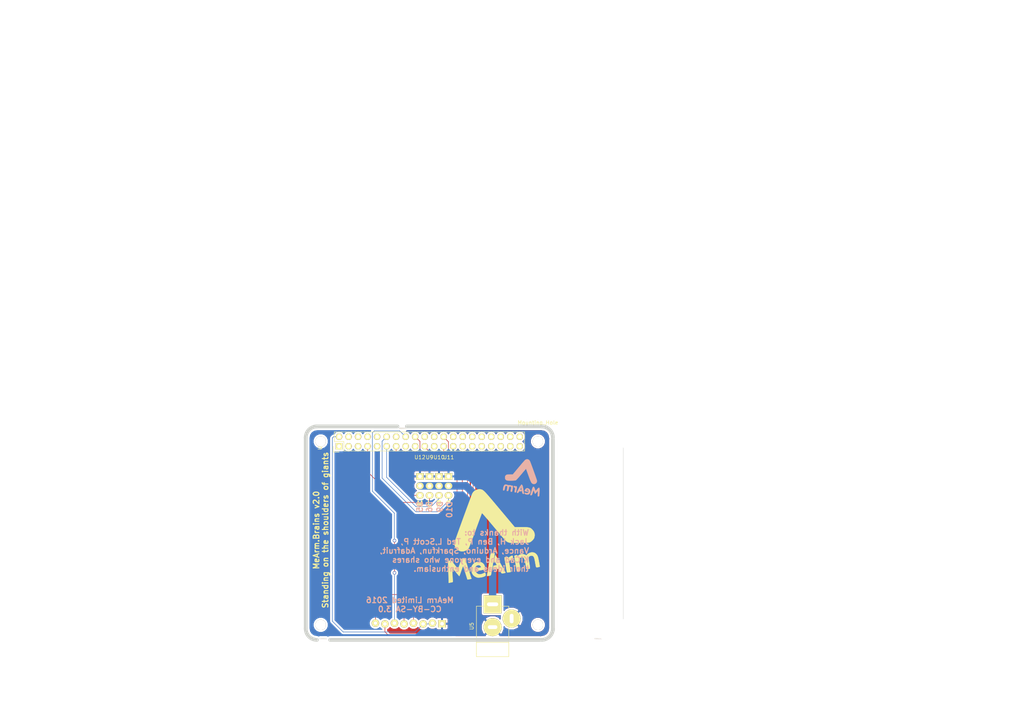
<source format=kicad_pcb>
(kicad_pcb (version 4) (host pcbnew "(2015-01-16 BZR 5376)-product")

  (general
    (links 22)
    (no_connects 0)
    (area 11.500001 -41.798043 285.160877 152.700001)
    (thickness 1.6)
    (drawings 51)
    (tracks 89)
    (zones 0)
    (modules 28)
    (nets 42)
  )

  (page A4)
  (layers
    (0 F.Cu signal)
    (1 In1.Cu signal)
    (2 In2.Cu signal)
    (31 B.Cu signal)
    (32 B.Adhes user)
    (33 F.Adhes user)
    (34 B.Paste user)
    (35 F.Paste user)
    (36 B.SilkS user)
    (37 F.SilkS user)
    (38 B.Mask user)
    (39 F.Mask user)
    (40 Dwgs.User user)
    (41 Cmts.User user)
    (42 Eco1.User user)
    (43 Eco2.User user)
    (44 Edge.Cuts user)
    (45 Margin user)
    (46 B.CrtYd user)
    (47 F.CrtYd user)
    (48 B.Fab user)
    (49 F.Fab user)
  )

  (setup
    (last_trace_width 0.1524)
    (user_trace_width 0.1524)
    (user_trace_width 1.1)
    (user_trace_width 2)
    (trace_clearance 0.254)
    (zone_clearance 0.508)
    (zone_45_only no)
    (trace_min 0)
    (segment_width 0.2)
    (edge_width 1)
    (via_size 0.889)
    (via_drill 0.635)
    (via_min_size 0.889)
    (via_min_drill 0.508)
    (uvia_size 0.508)
    (uvia_drill 0.127)
    (uvias_allowed no)
    (uvia_min_size 0.508)
    (uvia_min_drill 0.127)
    (pcb_text_width 0.3)
    (pcb_text_size 1.5 1.5)
    (mod_edge_width 0.15)
    (mod_text_size 1 1)
    (mod_text_width 0.15)
    (pad_size 2.75 2.75)
    (pad_drill 2.75)
    (pad_to_mask_clearance 0)
    (aux_axis_origin 0 0)
    (visible_elements 7FFFFF7F)
    (pcbplotparams
      (layerselection 0x010f0_80000001)
      (usegerberextensions true)
      (excludeedgelayer true)
      (linewidth 0.100000)
      (plotframeref false)
      (viasonmask false)
      (mode 1)
      (useauxorigin false)
      (hpglpennumber 1)
      (hpglpenspeed 20)
      (hpglpendiameter 15)
      (hpglpenoverlay 2)
      (psnegative false)
      (psa4output false)
      (plotreference false)
      (plotvalue false)
      (plotinvisibletext false)
      (padsonsilk false)
      (subtractmaskfromsilk true)
      (outputformat 1)
      (mirror false)
      (drillshape 0)
      (scaleselection 1)
      (outputdirectory Gerbers/))
  )

  (net 0 "")
  (net 1 GND)
  (net 2 +6V)
  (net 3 I2C_SDA)
  (net 4 LCD_DC)
  (net 5 RIGHT)
  (net 6 LEFT)
  (net 7 LCD_RST)
  (net 8 LCD_CE)
  (net 9 WAIST)
  (net 10 CLAW)
  (net 11 MOSI_D16)
  (net 12 SCLK_D15)
  (net 13 5V)
  (net 14 "Net-(U1-Pad1)")
  (net 15 "Net-(U1-Pad4)")
  (net 16 I2C_SCL)
  (net 17 "Net-(U1-Pad6)")
  (net 18 "Net-(U1-Pad8)")
  (net 19 "Net-(U1-Pad9)")
  (net 20 "Net-(U1-Pad10)")
  (net 21 "Net-(U1-Pad14)")
  (net 22 "Net-(U1-Pad15)")
  (net 23 "Net-(U1-Pad17)")
  (net 24 "Net-(U1-Pad20)")
  (net 25 "Net-(U1-Pad21)")
  (net 26 "Net-(U1-Pad22)")
  (net 27 "Net-(U1-Pad26)")
  (net 28 "Net-(U1-Pad27)")
  (net 29 "Net-(U1-Pad28)")
  (net 30 "Net-(U1-Pad29)")
  (net 31 "Net-(U1-Pad30)")
  (net 32 "Net-(U1-Pad31)")
  (net 33 "Net-(U1-Pad32)")
  (net 34 "Net-(U1-Pad33)")
  (net 35 "Net-(U1-Pad34)")
  (net 36 "Net-(U1-Pad35)")
  (net 37 "Net-(U1-Pad36)")
  (net 38 "Net-(U1-Pad37)")
  (net 39 "Net-(U1-Pad38)")
  (net 40 "Net-(U1-Pad39)")
  (net 41 "Net-(U1-Pad40)")

  (net_class Default "This is the default net class."
    (clearance 0.254)
    (trace_width 0.254)
    (via_dia 0.889)
    (via_drill 0.635)
    (uvia_dia 0.508)
    (uvia_drill 0.127)
    (add_net +6V)
    (add_net 5V)
    (add_net CLAW)
    (add_net GND)
    (add_net I2C_SCL)
    (add_net I2C_SDA)
    (add_net LCD_CE)
    (add_net LCD_DC)
    (add_net LCD_RST)
    (add_net LEFT)
    (add_net MOSI_D16)
    (add_net "Net-(U1-Pad1)")
    (add_net "Net-(U1-Pad10)")
    (add_net "Net-(U1-Pad14)")
    (add_net "Net-(U1-Pad15)")
    (add_net "Net-(U1-Pad17)")
    (add_net "Net-(U1-Pad20)")
    (add_net "Net-(U1-Pad21)")
    (add_net "Net-(U1-Pad22)")
    (add_net "Net-(U1-Pad26)")
    (add_net "Net-(U1-Pad27)")
    (add_net "Net-(U1-Pad28)")
    (add_net "Net-(U1-Pad29)")
    (add_net "Net-(U1-Pad30)")
    (add_net "Net-(U1-Pad31)")
    (add_net "Net-(U1-Pad32)")
    (add_net "Net-(U1-Pad33)")
    (add_net "Net-(U1-Pad34)")
    (add_net "Net-(U1-Pad35)")
    (add_net "Net-(U1-Pad36)")
    (add_net "Net-(U1-Pad37)")
    (add_net "Net-(U1-Pad38)")
    (add_net "Net-(U1-Pad39)")
    (add_net "Net-(U1-Pad4)")
    (add_net "Net-(U1-Pad40)")
    (add_net "Net-(U1-Pad6)")
    (add_net "Net-(U1-Pad8)")
    (add_net "Net-(U1-Pad9)")
    (add_net RIGHT)
    (add_net SCLK_D15)
    (add_net WAIST)
  )

  (module Brains:Nokia5510LCD (layer F.Cu) (tedit 56FCFCC7) (tstamp 553F5A70)
    (at 121 122)
    (path /550BFF9E)
    (fp_text reference "" (at 0 -7.62) (layer F.SilkS)
      (effects (font (size 1.5 1.5) (thickness 0.15)))
    )
    (fp_text value "" (at 0 5.08) (layer F.SilkS)
      (effects (font (size 1.5 1.5) (thickness 0.15)))
    )
    (fp_text user "" (at -3.175 12.065) (layer F.SilkS)
      (effects (font (size 1.5 1.5) (thickness 0.15)))
    )
    (pad 1 thru_hole circle (at -8.89 2.54) (size 2 2) (drill 0.9) (layers *.Cu *.Mask F.SilkS)
      (net 7 LCD_RST))
    (pad 2 thru_hole circle (at -6.35 2.75) (size 2 2) (drill 1) (layers *.Cu *.Mask F.SilkS)
      (net 8 LCD_CE))
    (pad 3 thru_hole circle (at -3.81 2.54) (size 2 2) (drill 1) (layers *.Cu *.Mask F.SilkS)
      (net 4 LCD_DC))
    (pad 4 thru_hole circle (at -1.25 2.75) (size 2 2) (drill 1) (layers *.Cu *.Mask F.SilkS)
      (net 11 MOSI_D16))
    (pad 5 thru_hole circle (at 1.27 2.54) (size 2 2) (drill 1) (layers *.Cu *.Mask F.SilkS)
      (net 12 SCLK_D15))
    (pad 6 thru_hole circle (at 3.85 2.75) (size 2 2) (drill 1) (layers *.Cu *.Mask F.SilkS)
      (net 13 5V))
    (pad 7 thru_hole circle (at 6.35 2.54) (size 2 2) (drill 1) (layers *.Cu *.Mask F.SilkS)
      (net 13 5V))
    (pad 8 thru_hole rect (at 8.9 2.7) (size 2 2) (drill 1) (layers *.Cu *.Mask F.SilkS)
      (net 1 GND))
  )

  (module Pin_Headers:Pin_Header_Straight_1x03 (layer F.Cu) (tedit 56FBF827) (tstamp 55115DB5)
    (at 131.635 85.346)
    (descr "Through hole pin header")
    (tags "pin header")
    (path /550C0186)
    (fp_text reference U11 (at 0 -5.1) (layer F.SilkS)
      (effects (font (size 1 1) (thickness 0.15)))
    )
    (fp_text value Servo (at 0 -3.1) (layer F.Fab)
      (effects (font (size 1 1) (thickness 0.15)))
    )
    (fp_line (start -1.75 -1.75) (end -1.75 6.85) (layer F.CrtYd) (width 0.05))
    (fp_line (start 1.75 -1.75) (end 1.75 6.85) (layer F.CrtYd) (width 0.05))
    (fp_line (start -1.75 -1.75) (end 1.75 -1.75) (layer F.CrtYd) (width 0.05))
    (fp_line (start -1.75 6.85) (end 1.75 6.85) (layer F.CrtYd) (width 0.05))
    (pad 1 thru_hole rect (at 0 0) (size 2.032 1.7272) (drill 1.016) (layers *.Cu *.Mask F.SilkS)
      (net 1 GND))
    (pad 2 thru_hole oval (at 0 2.54) (size 2.032 1.7272) (drill 1.016) (layers *.Cu *.Mask F.SilkS)
      (net 2 +6V))
    (pad 3 thru_hole oval (at 0 5.08) (size 2.032 1.7272) (drill 1.016) (layers *.Cu *.Mask F.SilkS)
      (net 5 RIGHT))
    (model Pin_Headers.3dshapes/Pin_Header_Straight_1x03.wrl
      (at (xyz 0 -0.1 0))
      (scale (xyz 1 1 1))
      (rotate (xyz 0 0 90))
    )
  )

  (module Pin_Headers:Pin_Header_Straight_1x03 (layer F.Cu) (tedit 56FBF813) (tstamp 55115DA3)
    (at 129.095 85.346)
    (descr "Through hole pin header")
    (tags "pin header")
    (path /550C01D9)
    (fp_text reference U10 (at 0 -5.1) (layer F.SilkS)
      (effects (font (size 1 1) (thickness 0.15)))
    )
    (fp_text value Servo (at 0 -3.1) (layer F.Fab)
      (effects (font (size 1 1) (thickness 0.15)))
    )
    (fp_line (start -1.75 -1.75) (end -1.75 6.85) (layer F.CrtYd) (width 0.05))
    (fp_line (start 1.75 -1.75) (end 1.75 6.85) (layer F.CrtYd) (width 0.05))
    (fp_line (start -1.75 -1.75) (end 1.75 -1.75) (layer F.CrtYd) (width 0.05))
    (fp_line (start -1.75 6.85) (end 1.75 6.85) (layer F.CrtYd) (width 0.05))
    (pad 1 thru_hole rect (at 0 0) (size 2.032 1.7272) (drill 1.016) (layers *.Cu *.Mask F.SilkS)
      (net 1 GND))
    (pad 2 thru_hole oval (at 0 2.54) (size 2.032 1.7272) (drill 1.016) (layers *.Cu *.Mask F.SilkS)
      (net 2 +6V))
    (pad 3 thru_hole oval (at 0 5.08) (size 2.032 1.7272) (drill 1.016) (layers *.Cu *.Mask F.SilkS)
      (net 6 LEFT))
    (model Pin_Headers.3dshapes/Pin_Header_Straight_1x03.wrl
      (at (xyz 0 -0.1 0))
      (scale (xyz 1 1 1))
      (rotate (xyz 0 0 90))
    )
  )

  (module Pin_Headers:Pin_Header_Straight_1x03 (layer F.Cu) (tedit 56FBF7EF) (tstamp 56EFFC93)
    (at 126.555 85.346)
    (descr "Through hole pin header")
    (tags "pin header")
    (path /550C0236)
    (fp_text reference U9 (at 0 -5.1) (layer F.SilkS)
      (effects (font (size 1 1) (thickness 0.15)))
    )
    (fp_text value Servo (at 0 -3.1) (layer F.Fab)
      (effects (font (size 1 1) (thickness 0.15)))
    )
    (fp_line (start -1.75 -1.75) (end -1.75 6.85) (layer F.CrtYd) (width 0.05))
    (fp_line (start 1.75 -1.75) (end 1.75 6.85) (layer F.CrtYd) (width 0.05))
    (fp_line (start -1.75 -1.75) (end 1.75 -1.75) (layer F.CrtYd) (width 0.05))
    (fp_line (start -1.75 6.85) (end 1.75 6.85) (layer F.CrtYd) (width 0.05))
    (pad 1 thru_hole rect (at 0 0) (size 2.032 1.7272) (drill 1.016) (layers *.Cu *.Mask F.SilkS)
      (net 1 GND))
    (pad 2 thru_hole oval (at 0 2.54) (size 2.032 1.7272) (drill 1.016) (layers *.Cu *.Mask F.SilkS)
      (net 2 +6V))
    (pad 3 thru_hole oval (at 0 5.08) (size 2.032 1.7272) (drill 1.016) (layers *.Cu *.Mask F.SilkS)
      (net 9 WAIST))
    (model Pin_Headers.3dshapes/Pin_Header_Straight_1x03.wrl
      (at (xyz 0 -0.1 0))
      (scale (xyz 1 1 1))
      (rotate (xyz 0 0 90))
    )
  )

  (module Pin_Headers:Pin_Header_Straight_1x03 (layer F.Cu) (tedit 56FBF7CE) (tstamp 553FA077)
    (at 123.995 85.335)
    (descr "Through hole pin header")
    (tags "pin header")
    (path /550C0141)
    (fp_text reference U12 (at 0 -5.1) (layer F.SilkS)
      (effects (font (size 1 1) (thickness 0.15)))
    )
    (fp_text value Servo (at 0 -3.1) (layer F.Fab)
      (effects (font (size 1 1) (thickness 0.15)))
    )
    (fp_line (start -1.75 -1.75) (end -1.75 6.85) (layer F.CrtYd) (width 0.05))
    (fp_line (start 1.75 -1.75) (end 1.75 6.85) (layer F.CrtYd) (width 0.05))
    (fp_line (start -1.75 -1.75) (end 1.75 -1.75) (layer F.CrtYd) (width 0.05))
    (fp_line (start -1.75 6.85) (end 1.75 6.85) (layer F.CrtYd) (width 0.05))
    (pad 1 thru_hole rect (at 0 0) (size 2.032 1.7272) (drill 1.016) (layers *.Cu *.Mask F.SilkS)
      (net 1 GND))
    (pad 2 thru_hole oval (at 0 2.54) (size 2.032 1.7272) (drill 1.016) (layers *.Cu *.Mask F.SilkS)
      (net 2 +6V))
    (pad 3 thru_hole oval (at 0 5.08) (size 2.032 1.7272) (drill 1.016) (layers *.Cu *.Mask F.SilkS)
      (net 10 CLAW))
    (model Pin_Headers.3dshapes/Pin_Header_Straight_1x03.wrl
      (at (xyz 0 -0.1 0))
      (scale (xyz 1 1 1))
      (rotate (xyz 0 0 90))
    )
  )

  (module Brains:TinyDrillHole (layer F.Cu) (tedit 5579B018) (tstamp 5579B5B3)
    (at 98.933 128.651)
    (fp_text reference "" (at 0 0) (layer F.SilkS)
      (effects (font (size 1 1) (thickness 0.15)))
    )
    (fp_text value "" (at 0 0 90) (layer F.SilkS)
      (effects (font (size 1 1) (thickness 0.15)))
    )
    (pad 2 thru_hole circle (at 0 0) (size 0.3 0.3) (drill 0.3) (layers *.Cu *.Mask F.SilkS))
  )

  (module Brains:TinyDrillHole (layer F.Cu) (tedit 5579B018) (tstamp 5579B5AF)
    (at 98.552 128.651)
    (fp_text reference "" (at 0 0) (layer F.SilkS)
      (effects (font (size 1 1) (thickness 0.15)))
    )
    (fp_text value "" (at 0 0 90) (layer F.SilkS)
      (effects (font (size 1 1) (thickness 0.15)))
    )
    (pad 2 thru_hole circle (at 0 0) (size 0.3 0.3) (drill 0.3) (layers *.Cu *.Mask F.SilkS))
  )

  (module Brains:TinyDrillHole (layer F.Cu) (tedit 5579B018) (tstamp 5579B5AB)
    (at 98.171 128.651)
    (fp_text reference "" (at 0 0) (layer F.SilkS)
      (effects (font (size 1 1) (thickness 0.15)))
    )
    (fp_text value "" (at 0 0 90) (layer F.SilkS)
      (effects (font (size 1 1) (thickness 0.15)))
    )
    (pad 2 thru_hole circle (at 0 0) (size 0.3 0.3) (drill 0.3) (layers *.Cu *.Mask F.SilkS))
  )

  (module Brains:TinyDrillHole (layer F.Cu) (tedit 5579B018) (tstamp 5579B5A7)
    (at 97.79 128.651)
    (fp_text reference "" (at 0 0) (layer F.SilkS)
      (effects (font (size 1 1) (thickness 0.15)))
    )
    (fp_text value "" (at 0 0 90) (layer F.SilkS)
      (effects (font (size 1 1) (thickness 0.15)))
    )
    (pad 2 thru_hole circle (at 0 0) (size 0.3 0.3) (drill 0.3) (layers *.Cu *.Mask F.SilkS))
  )

  (module TinyDrillHole (layer F.Cu) (tedit 5579B018) (tstamp 5579B5A3)
    (at 97.409 128.651)
    (fp_text reference "" (at 0 0) (layer F.SilkS)
      (effects (font (size 1 1) (thickness 0.15)))
    )
    (fp_text value "" (at 0 0 90) (layer F.SilkS)
      (effects (font (size 1 1) (thickness 0.15)))
    )
    (pad 2 thru_hole circle (at 0 0) (size 0.3 0.3) (drill 0.3) (layers *.Cu *.Mask F.SilkS))
  )

  (module Brains:TinyDrillHole (layer F.Cu) (tedit 5579B018) (tstamp 5579B58B)
    (at 172.339 128.651)
    (fp_text reference "" (at 0 0) (layer F.SilkS)
      (effects (font (size 1 1) (thickness 0.15)))
    )
    (fp_text value "" (at 0 0 90) (layer F.SilkS)
      (effects (font (size 1 1) (thickness 0.15)))
    )
    (pad 2 thru_hole circle (at 0 0) (size 0.3 0.3) (drill 0.3) (layers *.Cu *.Mask F.SilkS))
  )

  (module Brains:TinyDrillHole (layer F.Cu) (tedit 5579B018) (tstamp 5579B587)
    (at 171.958 128.651)
    (fp_text reference "" (at 0 0) (layer F.SilkS)
      (effects (font (size 1 1) (thickness 0.15)))
    )
    (fp_text value "" (at 0 0 90) (layer F.SilkS)
      (effects (font (size 1 1) (thickness 0.15)))
    )
    (pad 2 thru_hole circle (at 0 0) (size 0.3 0.3) (drill 0.3) (layers *.Cu *.Mask F.SilkS))
  )

  (module Brains:TinyDrillHole (layer F.Cu) (tedit 5579B018) (tstamp 5579B583)
    (at 171.577 128.651)
    (fp_text reference "" (at 0 0) (layer F.SilkS)
      (effects (font (size 1 1) (thickness 0.15)))
    )
    (fp_text value "" (at 0 0 90) (layer F.SilkS)
      (effects (font (size 1 1) (thickness 0.15)))
    )
    (pad 2 thru_hole circle (at 0 0) (size 0.3 0.3) (drill 0.3) (layers *.Cu *.Mask F.SilkS))
  )

  (module Brains:TinyDrillHole (layer F.Cu) (tedit 5579B018) (tstamp 5579B57F)
    (at 171.196 128.651)
    (fp_text reference "" (at 0 0) (layer F.SilkS)
      (effects (font (size 1 1) (thickness 0.15)))
    )
    (fp_text value "" (at 0 0 90) (layer F.SilkS)
      (effects (font (size 1 1) (thickness 0.15)))
    )
    (pad 2 thru_hole circle (at 0 0) (size 0.3 0.3) (drill 0.3) (layers *.Cu *.Mask F.SilkS))
  )

  (module TinyDrillHole (layer F.Cu) (tedit 5579B018) (tstamp 5579B57B)
    (at 170.815 128.651)
    (fp_text reference "" (at 0 0) (layer F.SilkS)
      (effects (font (size 1 1) (thickness 0.15)))
    )
    (fp_text value "" (at 0 0 90) (layer F.SilkS)
      (effects (font (size 1 1) (thickness 0.15)))
    )
    (pad 2 thru_hole circle (at 0 0) (size 0.3 0.3) (drill 0.3) (layers *.Cu *.Mask F.SilkS))
  )

  (module TinyDrillHole (layer F.Cu) (tedit 5579B018) (tstamp 55798979)
    (at 118.618 72.517)
    (fp_text reference "" (at 0 0) (layer F.SilkS)
      (effects (font (size 1 1) (thickness 0.15)))
    )
    (fp_text value "" (at 0 0 90) (layer F.SilkS)
      (effects (font (size 1 1) (thickness 0.15)))
    )
    (pad 2 thru_hole circle (at 0 0) (size 0.3 0.3) (drill 0.3) (layers *.Cu *.Mask F.SilkS))
  )

  (module Connect:JACK_ALIM (layer F.Cu) (tedit 56FCF18C) (tstamp 55115D4B)
    (at 143.4 125.6 90)
    (descr "module 1 pin (ou trou mecanique de percage)")
    (tags "CONN JACK")
    (path /550C0A0B)
    (fp_text reference U5 (at 0.254 -5.588 90) (layer F.SilkS)
      (effects (font (size 1 1) (thickness 0.15)))
    )
    (fp_text value JACK_2MM1 (at -5.08 5.588 270) (layer F.Fab)
      (effects (font (size 1 1) (thickness 0.15)))
    )
    (fp_line (start -7.112 -4.318) (end -7.874 -4.318) (layer F.SilkS) (width 0.15))
    (fp_line (start -7.874 -4.318) (end -7.874 4.318) (layer F.SilkS) (width 0.15))
    (fp_line (start -7.874 4.318) (end -7.112 4.318) (layer F.SilkS) (width 0.15))
    (fp_line (start -4.064 -4.318) (end -4.064 4.318) (layer F.SilkS) (width 0.15))
    (fp_line (start 5.588 -4.318) (end 5.588 4.318) (layer F.SilkS) (width 0.15))
    (fp_line (start -7.112 4.318) (end 5.588 4.318) (layer F.SilkS) (width 0.15))
    (fp_line (start -7.112 -4.318) (end 5.588 -4.318) (layer F.SilkS) (width 0.15))
    (pad 2 thru_hole circle (at 0 0 90) (size 4.8006 4.8006) (drill oval 1.016 2.54) (layers *.Cu *.Mask F.SilkS)
      (net 1 GND))
    (pad 1 thru_hole rect (at 6.096 0 90) (size 4.8006 4.8006) (drill oval 1.016 3) (layers *.Cu *.Mask F.SilkS)
      (net 2 +6V))
    (pad 3 thru_hole circle (at 2.286 5.08 90) (size 4.8006 4.8006) (drill oval 2.54 1.016) (layers *.Cu *.Mask F.SilkS)
      (net 1 GND))
    (model Connect.3dshapes/JACK_ALIM.wrl
      (at (xyz 0 0 0))
      (scale (xyz 0.8 0.8 0.8))
      (rotate (xyz 0 0 0))
    )
  )

  (module Brains:Mounting_Hole (layer F.Cu) (tedit 56FD09DC) (tstamp 56E7EE9B)
    (at 97.5 76)
    (fp_text reference "" (at 0 -5) (layer F.SilkS)
      (effects (font (size 1 1) (thickness 0.15)))
    )
    (fp_text value "" (at 4.5 0) (layer F.SilkS)
      (effects (font (size 1 1) (thickness 0.15)))
    )
    (pad "" thru_hole circle (at 0 0) (size 2.75 2.75) (drill 2.75) (layers *.Cu *.Mask F.SilkS))
  )

  (module Brains:Mounting_Hole (layer F.Cu) (tedit 56FD09F1) (tstamp 56E7EE95)
    (at 155.5 76)
    (fp_text reference Mounting_Hole (at 0 -5) (layer F.SilkS)
      (effects (font (size 1 1) (thickness 0.15)))
    )
    (fp_text value "" (at 0 5) (layer F.SilkS)
      (effects (font (size 1 1) (thickness 0.15)))
    )
    (pad "" thru_hole circle (at 0 0) (size 2.75 2.75) (drill 2.75) (layers *.Cu *.Mask F.SilkS))
  )

  (module Brains:Mounting_Hole (layer F.Cu) (tedit 56FD0A1A) (tstamp 553FB07A)
    (at 97.5 125)
    (fp_text reference "" (at 0 -5) (layer F.SilkS)
      (effects (font (size 1 1) (thickness 0.15)))
    )
    (fp_text value "" (at 0 5) (layer F.SilkS)
      (effects (font (size 1 1) (thickness 0.15)))
    )
    (pad "" thru_hole circle (at 0 0) (size 2.75 2.75) (drill 2.75) (layers *.Cu *.Mask F.SilkS))
  )

  (module Brains:Mounting_Hole (layer F.Cu) (tedit 56FD0A11) (tstamp 553FB083)
    (at 155.5 125)
    (fp_text reference "" (at 0 -5) (layer F.SilkS)
      (effects (font (size 1 1) (thickness 0.15)))
    )
    (fp_text value "" (at 0 5) (layer F.SilkS)
      (effects (font (size 1 1) (thickness 0.15)))
    )
    (pad "" thru_hole circle (at 0 0) (size 2.75 2.75) (drill 2.75) (layers *.Cu *.Mask F.SilkS))
  )

  (module Brains:TinyDrillHole (layer F.Cu) (tedit 5579B018) (tstamp 5579B55B)
    (at 118.999 72.517)
    (fp_text reference "" (at 0 0) (layer F.SilkS)
      (effects (font (size 1 1) (thickness 0.15)))
    )
    (fp_text value "" (at 0 0 90) (layer F.SilkS)
      (effects (font (size 1 1) (thickness 0.15)))
    )
    (pad 2 thru_hole circle (at 0 0) (size 0.3 0.3) (drill 0.3) (layers *.Cu *.Mask F.SilkS))
  )

  (module Brains:TinyDrillHole (layer F.Cu) (tedit 5579B018) (tstamp 5579B564)
    (at 119.38 72.517)
    (fp_text reference "" (at 0 0) (layer F.SilkS)
      (effects (font (size 1 1) (thickness 0.15)))
    )
    (fp_text value "" (at 0 0 90) (layer F.SilkS)
      (effects (font (size 1 1) (thickness 0.15)))
    )
    (pad 2 thru_hole circle (at 0 0) (size 0.3 0.3) (drill 0.3) (layers *.Cu *.Mask F.SilkS))
  )

  (module Brains:TinyDrillHole (layer F.Cu) (tedit 5579B018) (tstamp 5579B56D)
    (at 119.761 72.517)
    (fp_text reference "" (at 0 0) (layer F.SilkS)
      (effects (font (size 1 1) (thickness 0.15)))
    )
    (fp_text value "" (at 0 0 90) (layer F.SilkS)
      (effects (font (size 1 1) (thickness 0.15)))
    )
    (pad 2 thru_hole circle (at 0 0) (size 0.3 0.3) (drill 0.3) (layers *.Cu *.Mask F.SilkS))
  )

  (module Brains:TinyDrillHole (layer F.Cu) (tedit 5579B018) (tstamp 5579B576)
    (at 120.142 72.517)
    (fp_text reference "" (at 0 0) (layer F.SilkS)
      (effects (font (size 1 1) (thickness 0.15)))
    )
    (fp_text value "" (at 0 0 90) (layer F.SilkS)
      (effects (font (size 1 1) (thickness 0.15)))
    )
    (pad 2 thru_hole circle (at 0 0) (size 0.3 0.3) (drill 0.3) (layers *.Cu *.Mask F.SilkS))
  )

  (module brains:MeArmLogo25mm (layer F.Cu) (tedit 55796BDC) (tstamp 56FC0ACE)
    (at 143.7 101.3)
    (fp_text reference G*** (at 0 0) (layer F.SilkS) hide
      (effects (font (thickness 0.3)))
    )
    (fp_text value LOGO (at 0.75 0) (layer F.SilkS) hide
      (effects (font (thickness 0.3)))
    )
    (fp_poly (pts (xy -5.957532 11.387667) (xy -6.471266 11.485801) (xy -6.741349 11.535023) (xy -6.932376 11.56534)
      (xy -6.99835 11.570468) (xy -7.026289 11.489431) (xy -7.097235 11.269743) (xy -7.203881 10.934439)
      (xy -7.338917 10.506554) (xy -7.495034 10.00912) (xy -7.58023 9.736667) (xy -7.744714 9.211848)
      (xy -7.892397 8.744121) (xy -8.015856 8.356709) (xy -8.107669 8.072836) (xy -8.160412 7.915725)
      (xy -8.169845 7.891925) (xy -8.202954 7.959552) (xy -8.281817 8.162284) (xy -8.397176 8.475076)
      (xy -8.539772 8.872885) (xy -8.678473 9.267758) (xy -8.83781 9.721181) (xy -8.978428 10.113388)
      (xy -9.090907 10.418747) (xy -9.165828 10.611628) (xy -9.19303 10.668) (xy -9.252897 10.605972)
      (xy -9.401676 10.434184) (xy -9.62123 10.174076) (xy -9.893419 9.847091) (xy -10.124092 9.567334)
      (xy -10.425219 9.203631) (xy -10.688946 8.89062) (xy -10.896794 8.649791) (xy -11.030282 8.502635)
      (xy -11.070567 8.466667) (xy -11.081251 8.54617) (xy -11.083699 8.76454) (xy -11.078996 9.091565)
      (xy -11.068228 9.497036) (xy -11.052479 9.950743) (xy -11.032835 10.422474) (xy -11.010382 10.882021)
      (xy -10.986204 11.299172) (xy -10.961388 11.643717) (xy -10.953011 11.738811) (xy -10.928408 11.984969)
      (xy -10.929682 12.144067) (xy -10.98545 12.241649) (xy -11.124328 12.303258) (xy -11.374932 12.354437)
      (xy -11.705166 12.410194) (xy -12.022666 12.464845) (xy -12.022216 11.926256) (xy -12.025519 11.697605)
      (xy -12.035059 11.328299) (xy -12.049908 10.846864) (xy -12.069139 10.281826) (xy -12.091823 9.661712)
      (xy -12.116293 9.033465) (xy -12.139814 8.420461) (xy -12.159034 7.865011) (xy -12.173368 7.388908)
      (xy -12.182229 7.013944) (xy -12.185033 6.761914) (xy -12.181193 6.65461) (xy -12.180243 6.652481)
      (xy -12.085651 6.625564) (xy -11.880561 6.587795) (xy -11.755701 6.568557) (xy -11.361736 6.511418)
      (xy -10.454609 7.662561) (xy -10.15766 8.035059) (xy -9.897436 8.353273) (xy -9.691425 8.596484)
      (xy -9.557116 8.743969) (xy -9.512544 8.778766) (xy -9.475451 8.690733) (xy -9.394871 8.469125)
      (xy -9.280352 8.141182) (xy -9.141443 7.734142) (xy -9.028801 7.398747) (xy -8.579998 6.053667)
      (xy -8.168064 5.950324) (xy -7.929974 5.894662) (xy -7.773733 5.865865) (xy -7.740681 5.865657)
      (xy -7.712094 5.947721) (xy -7.637887 6.172396) (xy -7.524112 6.521037) (xy -7.376822 6.974998)
      (xy -7.20207 7.515634) (xy -7.005907 8.124299) (xy -6.841381 8.636) (xy -5.957532 11.387667)
      (xy -5.957532 11.387667)) (layer F.SilkS) (width 0.1))
    (fp_poly (pts (xy -2.16521 10.367798) (xy -2.186054 10.516404) (xy -2.198995 10.538183) (xy -2.412445 10.697785)
      (xy -2.748012 10.840589) (xy -3.158619 10.956735) (xy -3.597193 11.036362) (xy -4.016658 11.06961)
      (xy -4.369939 11.046619) (xy -4.487881 11.017615) (xy -5.043849 10.761964) (xy -5.466563 10.403848)
      (xy -5.758111 9.940247) (xy -5.92058 9.368142) (xy -5.958774 8.89) (xy -5.949827 8.499578)
      (xy -5.904503 8.212719) (xy -5.811182 7.965473) (xy -5.779522 7.903356) (xy -5.447418 7.447706)
      (xy -5.012262 7.116318) (xy -4.497928 6.921372) (xy -3.928292 6.875045) (xy -3.787395 6.887228)
      (xy -3.278882 7.025646) (xy -2.859343 7.299738) (xy -2.544848 7.692342) (xy -2.351463 8.186298)
      (xy -2.304748 8.470675) (xy -2.286598 8.715833) (xy -2.311672 8.842192) (xy -2.406682 8.89948)
      (xy -2.550947 8.928987) (xy -2.756467 8.965553) (xy -3.076944 9.022802) (xy -3.460671 9.091491)
      (xy -3.699736 9.134347) (xy -4.110051 9.204807) (xy -4.382297 9.235089) (xy -4.544777 9.216557)
      (xy -4.625791 9.140574) (xy -4.653642 8.998505) (xy -4.656666 8.842355) (xy -4.653608 8.747539)
      (xy -4.624618 8.681027) (xy -4.539978 8.629828) (xy -4.36997 8.580947) (xy -4.084873 8.521392)
      (xy -3.793428 8.464951) (xy -3.499904 8.391064) (xy -3.36598 8.297311) (xy -3.382037 8.157601)
      (xy -3.538456 7.94584) (xy -3.583375 7.895167) (xy -3.822792 7.741394) (xy -4.114986 7.709578)
      (xy -4.416289 7.78249) (xy -4.683037 7.9429) (xy -4.871562 8.173578) (xy -4.938327 8.42979)
      (xy -4.918771 8.906242) (xy -4.846929 9.329769) (xy -4.73222 9.657501) (xy -4.636958 9.801202)
      (xy -4.331468 10.060481) (xy -3.997672 10.199744) (xy -3.615445 10.218599) (xy -3.164658 10.116652)
      (xy -2.625184 9.893511) (xy -2.354238 9.756679) (xy -2.288749 9.79805) (xy -2.227873 9.951665)
      (xy -2.182922 10.160566) (xy -2.16521 10.367798) (xy -2.16521 10.367798)) (layer F.SilkS) (width 0.1))
    (fp_poly (pts (xy 0.218379 4.667589) (xy 0.210183 4.83054) (xy 0.176421 5.08361) (xy 0.114536 5.447557)
      (xy 0.021972 5.943133) (xy -0.05476 6.340048) (xy -0.140286 6.811495) (xy -0.216292 7.289655)
      (xy -0.273773 7.714297) (xy -0.301547 7.991048) (xy -0.341218 8.362831) (xy -0.401989 8.728387)
      (xy -0.461332 8.974667) (xy -0.548316 9.296453) (xy -0.61863 9.622183) (xy -0.630855 9.694334)
      (xy -0.689528 10.059929) (xy -0.740797 10.292162) (xy -0.802942 10.425047) (xy -0.894238 10.492596)
      (xy -1.032964 10.528824) (xy -1.084358 10.538269) (xy -1.349139 10.589263) (xy -1.573107 10.637218)
      (xy -1.5875 10.640626) (xy -1.734848 10.649454) (xy -1.780488 10.613679) (xy -1.767643 10.515975)
      (xy -1.730007 10.270724) (xy -1.67072 9.897392) (xy -1.592922 9.415447) (xy -1.499752 8.844355)
      (xy -1.394352 8.203582) (xy -1.294489 7.600615) (xy -0.806003 4.66023) (xy -0.361886 4.568032)
      (xy -0.096963 4.525435) (xy 0.102653 4.5158) (xy 0.168299 4.529027) (xy 0.203566 4.574003)
      (xy 0.218379 4.667589) (xy 0.218379 4.667589)) (layer F.SilkS) (width 0.1))
    (fp_poly (pts (xy 3.132667 9.754981) (xy 3.057701 9.797992) (xy 2.869045 9.845567) (xy 2.772834 9.86241)
      (xy 2.513734 9.906678) (xy 2.310046 9.948258) (xy 2.27256 9.957772) (xy 2.174195 9.933599)
      (xy 2.048083 9.798591) (xy 1.879101 9.534368) (xy 1.779796 9.35892) (xy 1.573115 9.015225)
      (xy 1.404263 8.797229) (xy 1.28551 8.720767) (xy 1.285236 8.720767) (xy 1.1361 8.736096)
      (xy 0.874106 8.776455) (xy 0.55242 8.833555) (xy 0.509052 8.841763) (xy 0.20248 8.895014)
      (xy -0.033049 8.926131) (xy -0.154285 8.929634) (xy -0.160872 8.926684) (xy -0.168009 8.830478)
      (xy -0.149431 8.618467) (xy -0.11959 8.40489) (xy -0.042333 7.919072) (xy 0.379144 7.849003)
      (xy 0.626166 7.803306) (xy 0.792845 7.763768) (xy 0.831204 7.748351) (xy 0.805853 7.666608)
      (xy 0.711516 7.476132) (xy 0.566584 7.213237) (xy 0.515213 7.124349) (xy 0.168637 6.530931)
      (xy 0.264553 5.868965) (xy 0.316844 5.541773) (xy 0.368493 5.27454) (xy 0.409826 5.116231)
      (xy 0.416132 5.101705) (xy 0.465727 5.152918) (xy 0.586209 5.330843) (xy 0.765406 5.614629)
      (xy 0.991145 5.983423) (xy 1.251253 6.416376) (xy 1.533558 6.892636) (xy 1.825887 7.391352)
      (xy 2.116068 7.891672) (xy 2.391926 8.372746) (xy 2.641291 8.813722) (xy 2.851989 9.193749)
      (xy 3.011848 9.491976) (xy 3.108694 9.687553) (xy 3.132667 9.754981) (xy 3.132667 9.754981)) (layer F.SilkS) (width 0.1))
    (fp_poly (pts (xy 5.08 5.711164) (xy 5.075341 5.976896) (xy 5.04361 6.12018) (xy 4.95818 6.187901)
      (xy 4.792421 6.226944) (xy 4.78642 6.22807) (xy 4.51371 6.326739) (xy 4.272119 6.493717)
      (xy 4.109492 6.688719) (xy 4.068189 6.832791) (xy 4.084299 6.966251) (xy 4.125919 7.233193)
      (xy 4.187588 7.600623) (xy 4.263844 8.035547) (xy 4.306351 8.271401) (xy 4.540325 9.557801)
      (xy 4.196329 9.611086) (xy 3.941972 9.654581) (xy 3.743869 9.695418) (xy 3.713995 9.703105)
      (xy 3.584542 9.669292) (xy 3.530436 9.548753) (xy 3.483856 9.326503) (xy 3.420988 8.993577)
      (xy 3.346543 8.578451) (xy 3.265229 8.109597) (xy 3.181756 7.615492) (xy 3.100832 7.124608)
      (xy 3.027167 6.66542) (xy 2.96547 6.266403) (xy 2.92045 5.956031) (xy 2.896816 5.762777)
      (xy 2.895886 5.711893) (xy 3.004511 5.667981) (xy 3.209478 5.621389) (xy 3.446776 5.582478)
      (xy 3.652394 5.561611) (xy 3.762321 5.569147) (xy 3.764987 5.571209) (xy 3.802766 5.684093)
      (xy 3.81 5.780215) (xy 3.825501 5.864715) (xy 3.892007 5.855355) (xy 4.039522 5.741883)
      (xy 4.115739 5.675766) (xy 4.478666 5.409958) (xy 4.811227 5.268366) (xy 4.958512 5.249334)
      (xy 5.033049 5.297236) (xy 5.070959 5.459992) (xy 5.08 5.711164) (xy 5.08 5.711164)) (layer F.SilkS) (width 0.1))
    (fp_poly (pts (xy 12.26992 8.148294) (xy 12.266091 8.166385) (xy 12.171735 8.19783) (xy 11.963698 8.244827)
      (xy 11.791759 8.277957) (xy 11.614431 8.31306) (xy 11.486092 8.328833) (xy 11.394179 8.303003)
      (xy 11.326127 8.213297) (xy 11.269372 8.037442) (xy 11.211349 7.753167) (xy 11.139495 7.338198)
      (xy 11.086268 7.027334) (xy 10.982553 6.462551) (xy 10.888361 6.040352) (xy 10.794485 5.735028)
      (xy 10.691719 5.520869) (xy 10.57086 5.372163) (xy 10.463779 5.28876) (xy 10.186568 5.192261)
      (xy 9.878792 5.211182) (xy 9.591827 5.326941) (xy 9.377048 5.52096) (xy 9.293165 5.712101)
      (xy 9.293427 5.866771) (xy 9.320874 6.153756) (xy 9.371255 6.538984) (xy 9.440315 6.988381)
      (xy 9.486324 7.259707) (xy 9.581251 7.835372) (xy 9.638103 8.261679) (xy 9.656343 8.533595)
      (xy 9.635435 8.64609) (xy 9.634136 8.646987) (xy 9.515523 8.685337) (xy 9.307131 8.72824)
      (xy 9.070962 8.765944) (xy 8.869013 8.788701) (xy 8.763287 8.78676) (xy 8.760042 8.784443)
      (xy 8.740083 8.698061) (xy 8.696766 8.474229) (xy 8.635563 8.14236) (xy 8.561946 7.731865)
      (xy 8.521809 7.504131) (xy 8.404204 6.88538) (xy 8.291672 6.416532) (xy 8.176612 6.078629)
      (xy 8.051423 5.852716) (xy 7.908503 5.719836) (xy 7.786415 5.670144) (xy 7.46254 5.656254)
      (xy 7.118477 5.739) (xy 6.844444 5.896606) (xy 6.84306 5.897854) (xy 6.774102 5.971906)
      (xy 6.728376 6.064071) (xy 6.707074 6.19704) (xy 6.711383 6.393504) (xy 6.742496 6.676157)
      (xy 6.8016 7.06769) (xy 6.889887 7.590794) (xy 6.949863 7.934527) (xy 7.019322 8.348273)
      (xy 7.072167 8.698387) (xy 7.104055 8.953151) (xy 7.110644 9.080847) (xy 7.107918 9.08912)
      (xy 7.00906 9.119672) (xy 6.797043 9.159306) (xy 6.628654 9.184226) (xy 6.370268 9.213199)
      (xy 6.232575 9.201312) (xy 6.169201 9.135322) (xy 6.143278 9.045632) (xy 6.085395 8.765077)
      (xy 6.014179 8.385854) (xy 5.934364 7.937102) (xy 5.850686 7.447957) (xy 5.76788 6.947557)
      (xy 5.690678 6.465039) (xy 5.623817 6.02954) (xy 5.572031 5.670197) (xy 5.540055 5.416147)
      (xy 5.532622 5.296527) (xy 5.53348 5.292895) (xy 5.635725 5.21354) (xy 5.839288 5.146874)
      (xy 5.898133 5.135589) (xy 6.142302 5.118285) (xy 6.286847 5.177406) (xy 6.328216 5.22332)
      (xy 6.4139 5.31053) (xy 6.504768 5.288765) (xy 6.62455 5.185645) (xy 6.984518 4.956027)
      (xy 7.42384 4.8381) (xy 7.889975 4.837359) (xy 8.330383 4.959299) (xy 8.410648 4.998835)
      (xy 8.733121 5.171671) (xy 8.90423 4.95414) (xy 9.177115 4.709137) (xy 9.554537 4.502788)
      (xy 9.971768 4.368964) (xy 10.049954 4.354571) (xy 10.534145 4.35649) (xy 10.976843 4.51092)
      (xy 11.35604 4.802164) (xy 11.649729 5.214525) (xy 11.804026 5.605666) (xy 11.865396 5.85116)
      (xy 11.93837 6.186585) (xy 12.016697 6.57731) (xy 12.094128 6.988701) (xy 12.164416 7.386127)
      (xy 12.221309 7.734956) (xy 12.258561 8.000556) (xy 12.26992 8.148294) (xy 12.26992 8.148294)) (layer F.SilkS) (width 0.1))
    (fp_poly (pts (xy 10.927479 -0.209205) (xy 10.828708 0.381) (xy 10.682731 0.686019) (xy 10.427042 1.014065)
      (xy 10.107106 1.320385) (xy 9.768386 1.560227) (xy 9.515177 1.673944) (xy 9.319827 1.709307)
      (xy 8.991751 1.736951) (xy 8.522845 1.757171) (xy 7.905007 1.770261) (xy 7.130132 1.776517)
      (xy 6.678844 1.777173) (xy 5.963636 1.776564) (xy 5.396487 1.774281) (xy 4.956124 1.768847)
      (xy 4.621271 1.758783) (xy 4.370656 1.742612) (xy 4.183003 1.718856) (xy 4.037039 1.686037)
      (xy 3.911491 1.642677) (xy 3.785083 1.587299) (xy 3.756845 1.574194) (xy 3.665467 1.531463)
      (xy 3.581037 1.488015) (xy 3.495274 1.43462) (xy 3.399898 1.362046) (xy 3.28663 1.261062)
      (xy 3.14719 1.122437) (xy 2.973298 0.936941) (xy 2.756675 0.695342) (xy 2.489041 0.38841)
      (xy 2.162116 0.006914) (xy 1.767621 -0.458378) (xy 1.297275 -1.016696) (xy 0.742799 -1.677272)
      (xy 0.095914 -2.449336) (xy -0.635 -3.322221) (xy -1.141025 -3.92384) (xy -1.614372 -4.481383)
      (xy -2.043967 -4.982186) (xy -2.418737 -5.413581) (xy -2.727609 -5.762903) (xy -2.959509 -6.017486)
      (xy -3.103365 -6.164664) (xy -3.147756 -6.196437) (xy -3.186475 -6.108311) (xy -3.277539 -5.875273)
      (xy -3.415629 -5.511628) (xy -3.595428 -5.031676) (xy -3.811619 -4.449722) (xy -4.058885 -3.780068)
      (xy -4.331909 -3.037017) (xy -4.625373 -2.23487) (xy -4.869062 -1.566333) (xy -5.290027 -0.415587)
      (xy -5.657748 0.576795) (xy -5.973045 1.412918) (xy -6.236739 2.094888) (xy -6.449653 2.624811)
      (xy -6.612607 3.004793) (xy -6.726422 3.236938) (xy -6.768082 3.302) (xy -7.14385 3.651777)
      (xy -7.619361 3.909226) (xy -8.138259 4.047647) (xy -8.376486 4.064) (xy -8.79373 4.026259)
      (xy -9.18437 3.895681) (xy -9.318736 3.831167) (xy -9.771812 3.517968) (xy -10.125606 3.104931)
      (xy -10.363032 2.625699) (xy -10.467009 2.113914) (xy -10.430002 1.642733) (xy -10.387331 1.503193)
      (xy -10.291525 1.219871) (xy -10.148072 0.807846) (xy -9.962461 0.282199) (xy -9.740179 -0.34199)
      (xy -9.486715 -1.049642) (xy -9.207556 -1.825677) (xy -8.908191 -2.655015) (xy -8.594109 -3.522577)
      (xy -8.270796 -4.413281) (xy -7.943741 -5.312049) (xy -7.618433 -6.2038) (xy -7.300359 -7.073456)
      (xy -6.995007 -7.905935) (xy -6.707866 -8.686157) (xy -6.444424 -9.399045) (xy -6.210168 -10.029516)
      (xy -6.010587 -10.562492) (xy -5.851169 -10.982892) (xy -5.737402 -11.275637) (xy -5.674774 -11.425647)
      (xy -5.671624 -11.432043) (xy -5.379993 -11.832567) (xy -4.973412 -12.159311) (xy -4.496615 -12.389289)
      (xy -3.994338 -12.499517) (xy -3.61638 -12.488014) (xy -3.459451 -12.462583) (xy -3.316971 -12.43341)
      (xy -3.180472 -12.391856) (xy -3.041487 -12.329283) (xy -2.891551 -12.237051) (xy -2.722195 -12.106522)
      (xy -2.524954 -11.929057) (xy -2.29136 -11.696018) (xy -2.012948 -11.398766) (xy -1.681249 -11.028662)
      (xy -1.287798 -10.577068) (xy -0.824128 -10.035345) (xy -0.281772 -9.394853) (xy 0.347737 -8.646955)
      (xy 1.072866 -7.783012) (xy 1.535019 -7.23199) (xy 5.612284 -2.370667) (xy 7.389486 -2.370666)
      (xy 8.077728 -2.367937) (xy 8.62152 -2.356104) (xy 9.045709 -2.329706) (xy 9.375138 -2.283278)
      (xy 9.634653 -2.211356) (xy 9.849099 -2.108478) (xy 10.043321 -1.969179) (xy 10.242163 -1.787996)
      (xy 10.300563 -1.730494) (xy 10.669816 -1.266525) (xy 10.877843 -0.763209) (xy 10.927479 -0.209205)
      (xy 10.927479 -0.209205)) (layer F.SilkS) (width 0.1))
  )

  (module brains:MeArmLogo10mm (layer B.Cu) (tedit 55796C0A) (tstamp 56FD0207)
    (at 151.1 85.7 180)
    (fp_text reference G*** (at 0 0 180) (layer B.SilkS) hide
      (effects (font (thickness 0.3)) (justify mirror))
    )
    (fp_text value LOGO (at 0.75 0 180) (layer B.SilkS) hide
      (effects (font (thickness 0.3)) (justify mirror))
    )
    (fp_poly (pts (xy -2.40565 -4.5085) (xy -2.408977 -4.620311) (xy -2.539553 -4.656127) (xy -2.573042 -4.656667)
      (xy -2.687407 -4.640694) (xy -2.772455 -4.57016) (xy -2.849994 -4.41114) (xy -2.941832 -4.129711)
      (xy -2.967643 -4.042833) (xy -3.063413 -3.737471) (xy -3.149872 -3.496137) (xy -3.210274 -3.365038)
      (xy -3.215899 -3.357896) (xy -3.275343 -3.391073) (xy -3.359838 -3.550167) (xy -3.430077 -3.738896)
      (xy -3.520568 -3.998891) (xy -3.598418 -4.190305) (xy -3.633877 -4.254236) (xy -3.709289 -4.225198)
      (xy -3.85156 -4.087973) (xy -4.025636 -3.877654) (xy -4.20497 -3.648128) (xy -4.309107 -3.540421)
      (xy -4.36204 -3.539109) (xy -4.387761 -3.62877) (xy -4.38995 -3.643463) (xy -4.400579 -3.833606)
      (xy -4.39897 -4.12584) (xy -4.387182 -4.422212) (xy -4.373778 -4.725713) (xy -4.383138 -4.897555)
      (xy -4.424913 -4.974905) (xy -4.508754 -4.994928) (xy -4.536004 -4.995333) (xy -4.638503 -4.975761)
      (xy -4.702103 -4.891684) (xy -4.744027 -4.705059) (xy -4.771605 -4.474913) (xy -4.800323 -4.105683)
      (xy -4.820035 -3.671573) (xy -4.826 -3.331913) (xy -4.821577 -3.010457) (xy -4.802161 -2.82306)
      (xy -4.758537 -2.734549) (xy -4.681485 -2.709746) (xy -4.662852 -2.709333) (xy -4.518033 -2.776386)
      (xy -4.321566 -2.956577) (xy -4.176019 -3.12906) (xy -3.998896 -3.348433) (xy -3.860024 -3.501665)
      (xy -3.795736 -3.552393) (xy -3.742923 -3.480332) (xy -3.658092 -3.287657) (xy -3.559288 -3.015521)
      (xy -3.556 -3.005667) (xy -3.439603 -2.693574) (xy -3.338857 -2.519926) (xy -3.236538 -2.457052)
      (xy -3.213434 -2.455333) (xy -3.160438 -2.463208) (xy -3.110172 -2.499134) (xy -3.055376 -2.581562)
      (xy -2.98879 -2.728943) (xy -2.903157 -2.959729) (xy -2.791215 -3.29237) (xy -2.645706 -3.745319)
      (xy -2.459371 -4.337026) (xy -2.40565 -4.5085) (xy -2.40565 -4.5085)) (layer B.SilkS) (width 0.1))
    (fp_poly (pts (xy -0.846666 -4.126018) (xy -0.922216 -4.283175) (xy -1.116315 -4.402902) (xy -1.380139 -4.473454)
      (xy -1.664862 -4.483085) (xy -1.921661 -4.420051) (xy -1.968502 -4.395884) (xy -2.138434 -4.227675)
      (xy -2.285077 -3.97145) (xy -2.365722 -3.70741) (xy -2.370666 -3.640667) (xy -2.297538 -3.316307)
      (xy -2.104705 -3.054207) (xy -1.831995 -2.883394) (xy -1.519237 -2.832894) (xy -1.320713 -2.875481)
      (xy -1.162343 -2.98962) (xy -1.013847 -3.178001) (xy -0.910538 -3.382408) (xy -0.887731 -3.544627)
      (xy -0.89854 -3.571436) (xy -1.013374 -3.632758) (xy -1.229193 -3.67761) (xy -1.477946 -3.69953)
      (xy -1.691579 -3.692058) (xy -1.795891 -3.656642) (xy -1.806667 -3.579686) (xy -1.662991 -3.51044)
      (xy -1.599026 -3.492525) (xy -1.38606 -3.408108) (xy -1.340533 -3.306561) (xy -1.461107 -3.184458)
      (xy -1.475128 -3.175433) (xy -1.650744 -3.136593) (xy -1.797322 -3.225576) (xy -1.898231 -3.401325)
      (xy -1.936838 -3.622787) (xy -1.896511 -3.848905) (xy -1.806838 -3.994245) (xy -1.589279 -4.11467)
      (xy -1.285056 -4.115337) (xy -0.994833 -4.02551) (xy -0.876731 -4.011944) (xy -0.846666 -4.126018)
      (xy -0.846666 -4.126018)) (layer B.SilkS) (width 0.1))
    (fp_poly (pts (xy 0.07766 -2.087345) (xy 0.049987 -2.38402) (xy -0.018249 -2.817652) (xy -0.128263 -3.398792)
      (xy -0.203397 -3.767667) (xy -0.273041 -4.056952) (xy -0.344622 -4.217664) (xy -0.440304 -4.289353)
      (xy -0.504063 -4.304166) (xy -0.644367 -4.301152) (xy -0.66627 -4.201239) (xy -0.652903 -4.134832)
      (xy -0.621155 -3.97214) (xy -0.571401 -3.685834) (xy -0.511074 -3.319712) (xy -0.461269 -3.005667)
      (xy -0.374125 -2.51866) (xy -0.28439 -2.181222) (xy -0.183848 -1.973679) (xy -0.064281 -1.87636)
      (xy 0.016182 -1.862667) (xy 0.065986 -1.917078) (xy 0.07766 -2.087345) (xy 0.07766 -2.087345)) (layer B.SilkS) (width 0.1))
    (fp_poly (pts (xy 1.17687 -3.919016) (xy 1.159684 -3.996977) (xy 1.000308 -4.056111) (xy 0.867149 -3.986107)
      (xy 0.739506 -3.800291) (xy 0.619529 -3.626003) (xy 0.487526 -3.570984) (xy 0.295006 -3.592996)
      (xy 0.098447 -3.618882) (xy 0.016649 -3.577106) (xy 0.000012 -3.440739) (xy 0 -3.432836)
      (xy 0.038193 -3.264939) (xy 0.169334 -3.217333) (xy 0.297547 -3.204409) (xy 0.327084 -3.139053)
      (xy 0.264 -2.981395) (xy 0.218713 -2.892293) (xy 0.139023 -2.557866) (xy 0.158035 -2.370506)
      (xy 0.21731 -2.080683) (xy 0.739173 -3.006615) (xy 0.972791 -3.435222) (xy 1.116989 -3.73535)
      (xy 1.17687 -3.919016) (xy 1.17687 -3.919016)) (layer B.SilkS) (width 0.1))
    (fp_poly (pts (xy 2.032 -2.370667) (xy 1.999051 -2.508286) (xy 1.953381 -2.54) (xy 1.834184 -2.593864)
      (xy 1.753842 -2.66092) (xy 1.691804 -2.754206) (xy 1.674287 -2.894653) (xy 1.700094 -3.127232)
      (xy 1.73605 -3.330629) (xy 1.788424 -3.624374) (xy 1.802538 -3.791769) (xy 1.772581 -3.872656)
      (xy 1.692746 -3.90688) (xy 1.650789 -3.915429) (xy 1.55998 -3.9208) (xy 1.494514 -3.875644)
      (xy 1.440982 -3.749964) (xy 1.385975 -3.513763) (xy 1.324961 -3.186542) (xy 1.260142 -2.773393)
      (xy 1.245683 -2.502774) (xy 1.286747 -2.354023) (xy 1.388494 -2.306479) (xy 1.538042 -2.33371)
      (xy 1.685675 -2.328314) (xy 1.733538 -2.289444) (xy 1.856976 -2.202957) (xy 1.981996 -2.243011)
      (xy 2.032 -2.370667) (xy 2.032 -2.370667)) (layer B.SilkS) (width 0.1))
    (fp_poly (pts (xy 4.8959 -3.200412) (xy 4.886124 -3.332976) (xy 4.82717 -3.381111) (xy 4.754984 -3.386667)
      (xy 4.644967 -3.366027) (xy 4.568634 -3.28173) (xy 4.509939 -3.100207) (xy 4.452837 -2.787889)
      (xy 4.445062 -2.738309) (xy 4.383822 -2.476614) (xy 4.30023 -2.267654) (xy 4.278819 -2.233659)
      (xy 4.175792 -2.134427) (xy 4.044897 -2.141673) (xy 3.935918 -2.186421) (xy 3.831618 -2.239342)
      (xy 3.76735 -2.30498) (xy 3.741118 -2.414482) (xy 3.75093 -2.598996) (xy 3.794792 -2.889669)
      (xy 3.865396 -3.288136) (xy 3.88831 -3.47709) (xy 3.844645 -3.546401) (xy 3.71699 -3.542136)
      (xy 3.584893 -3.492889) (xy 3.505743 -3.362577) (xy 3.454506 -3.132667) (xy 3.373152 -2.718319)
      (xy 3.284326 -2.455316) (xy 3.173982 -2.325799) (xy 3.028075 -2.311906) (xy 2.862192 -2.379484)
      (xy 2.772924 -2.45444) (xy 2.729049 -2.579237) (xy 2.730047 -2.783803) (xy 2.775398 -3.098072)
      (xy 2.843586 -3.450167) (xy 2.869027 -3.637591) (xy 2.820271 -3.712497) (xy 2.691216 -3.725333)
      (xy 2.58995 -3.714877) (xy 2.520488 -3.66187) (xy 2.468864 -3.533857) (xy 2.421108 -3.298382)
      (xy 2.372381 -2.9845) (xy 2.326712 -2.649566) (xy 2.298195 -2.383097) (xy 2.290818 -2.225605)
      (xy 2.295248 -2.201333) (xy 2.396687 -2.166376) (xy 2.497667 -2.159) (xy 2.694794 -2.125068)
      (xy 2.776023 -2.088532) (xy 2.928578 -2.047238) (xy 3.160803 -2.037796) (xy 3.199357 -2.039912)
      (xy 3.492834 -2.017623) (xy 3.794773 -1.934228) (xy 3.827117 -1.920436) (xy 4.152948 -1.830382)
      (xy 4.415923 -1.886528) (xy 4.620388 -2.093142) (xy 4.770689 -2.454496) (xy 4.866885 -2.942167)
      (xy 4.8959 -3.200412) (xy 4.8959 -3.200412)) (layer B.SilkS) (width 0.1))
    (fp_poly (pts (xy 4.360334 0.042333) (xy 4.340515 -0.23197) (xy 4.261041 -0.415387) (xy 4.122779 -0.557664)
      (xy 4.015038 -0.641847) (xy 3.900461 -0.699085) (xy 3.745414 -0.734548) (xy 3.516266 -0.753405)
      (xy 3.179381 -0.760824) (xy 2.793263 -0.762) (xy 2.350364 -0.754912) (xy 1.963465 -0.735449)
      (xy 1.670149 -0.706308) (xy 1.507996 -0.670188) (xy 1.506817 -0.669637) (xy 1.398428 -0.579866)
      (xy 1.200912 -0.378685) (xy 0.932202 -0.085878) (xy 0.610236 0.278774) (xy 0.252946 0.695487)
      (xy 0.048871 0.938512) (xy -0.308847 1.365974) (xy -0.628745 1.745001) (xy -0.895594 2.057816)
      (xy -1.094168 2.286644) (xy -1.209239 2.413709) (xy -1.231927 2.433649) (xy -1.264263 2.351578)
      (xy -1.345443 2.132765) (xy -1.467196 1.799878) (xy -1.621249 1.375585) (xy -1.799332 0.882553)
      (xy -1.903673 0.592667) (xy -2.136402 -0.044985) (xy -2.325872 -0.540113) (xy -2.480326 -0.911505)
      (xy -2.608005 -1.17795) (xy -2.717151 -1.358236) (xy -2.804377 -1.4605) (xy -3.111536 -1.652648)
      (xy -3.448034 -1.678236) (xy -3.723665 -1.584583) (xy -3.958503 -1.383074) (xy -4.112581 -1.092564)
      (xy -4.147418 -0.886087) (xy -4.11958 -0.771316) (xy -4.041095 -0.521302) (xy -3.920366 -0.159505)
      (xy -3.765795 0.290612) (xy -3.585782 0.805589) (xy -3.38873 1.361963) (xy -3.18304 1.936274)
      (xy -2.977114 2.50506) (xy -2.779354 3.044861) (xy -2.59816 3.532214) (xy -2.441935 3.943658)
      (xy -2.319081 4.255732) (xy -2.239353 4.442131) (xy -2.025942 4.719824) (xy -1.733575 4.876041)
      (xy -1.407042 4.900703) (xy -1.091135 4.783734) (xy -1.005398 4.719746) (xy -0.894019 4.606276)
      (xy -0.69091 4.381153) (xy -0.412344 4.063144) (xy -0.074595 3.671014) (xy 0.306065 3.22353)
      (xy 0.713362 2.739458) (xy 0.756263 2.688167) (xy 2.295656 0.846667) (xy 3.09044 0.846667)
      (xy 3.47303 0.842555) (xy 3.729239 0.824564) (xy 3.901933 0.784209) (xy 4.033979 0.713004)
      (xy 4.122779 0.642331) (xy 4.277235 0.476464) (xy 4.346315 0.284676) (xy 4.360334 0.042333)
      (xy 4.360334 0.042333)) (layer B.SilkS) (width 0.1))
  )

  (module Pin_Headers:Pin_Header_Straight_2x20 (layer F.Cu) (tedit 56FD0812) (tstamp 56FD1051)
    (at 102.4 77.3 90)
    (descr "Through hole pin header")
    (tags "pin header")
    (path /56D079BB)
    (fp_text reference U1 (at 0 -5.1 90) (layer F.SilkS)
      (effects (font (size 1 1) (thickness 0.15)))
    )
    (fp_text value PIGPIO_f (at 0 -3.1 90) (layer F.Fab)
      (effects (font (size 1 1) (thickness 0.15)))
    )
    (fp_line (start -1.75 -1.75) (end -1.75 50.05) (layer F.CrtYd) (width 0.05))
    (fp_line (start 4.3 -1.75) (end 4.3 50.05) (layer F.CrtYd) (width 0.05))
    (fp_line (start -1.75 -1.75) (end 4.3 -1.75) (layer F.CrtYd) (width 0.05))
    (fp_line (start -1.75 50.05) (end 4.3 50.05) (layer F.CrtYd) (width 0.05))
    (fp_line (start 3.81 49.53) (end 3.81 -1.27) (layer F.SilkS) (width 0.15))
    (fp_line (start -1.27 1.27) (end -1.27 49.53) (layer F.SilkS) (width 0.15))
    (fp_line (start 3.81 49.53) (end -1.27 49.53) (layer F.SilkS) (width 0.15))
    (fp_line (start 3.81 -1.27) (end 1.27 -1.27) (layer F.SilkS) (width 0.15))
    (fp_line (start 0 -1.55) (end -1.55 -1.55) (layer F.SilkS) (width 0.15))
    (fp_line (start 1.27 -1.27) (end 1.27 1.27) (layer F.SilkS) (width 0.15))
    (fp_line (start 1.27 1.27) (end -1.27 1.27) (layer F.SilkS) (width 0.15))
    (fp_line (start -1.55 -1.55) (end -1.55 0) (layer F.SilkS) (width 0.15))
    (pad 1 thru_hole rect (at 0 0 90) (size 1.7272 1.7272) (drill 1.016) (layers *.Cu *.Mask F.SilkS)
      (net 14 "Net-(U1-Pad1)"))
    (pad 2 thru_hole oval (at 2.54 0 90) (size 1.7272 1.7272) (drill 1.016) (layers *.Cu *.Mask F.SilkS)
      (net 13 5V))
    (pad 3 thru_hole oval (at 0 2.54 90) (size 1.7272 1.7272) (drill 1.016) (layers *.Cu *.Mask F.SilkS)
      (net 3 I2C_SDA))
    (pad 4 thru_hole oval (at 2.54 2.54 90) (size 1.7272 1.7272) (drill 1.016) (layers *.Cu *.Mask F.SilkS)
      (net 15 "Net-(U1-Pad4)"))
    (pad 5 thru_hole oval (at 0 5.08 90) (size 1.7272 1.7272) (drill 1.016) (layers *.Cu *.Mask F.SilkS)
      (net 16 I2C_SCL))
    (pad 6 thru_hole oval (at 2.54 5.08 90) (size 1.7272 1.7272) (drill 1.016) (layers *.Cu *.Mask F.SilkS)
      (net 17 "Net-(U1-Pad6)"))
    (pad 7 thru_hole oval (at 0 7.62 90) (size 1.7272 1.7272) (drill 1.016) (layers *.Cu *.Mask F.SilkS)
      (net 9 WAIST))
    (pad 8 thru_hole oval (at 2.54 7.62 90) (size 1.7272 1.7272) (drill 1.016) (layers *.Cu *.Mask F.SilkS)
      (net 18 "Net-(U1-Pad8)"))
    (pad 9 thru_hole oval (at 0 10.16 90) (size 1.7272 1.7272) (drill 1.016) (layers *.Cu *.Mask F.SilkS)
      (net 19 "Net-(U1-Pad9)"))
    (pad 10 thru_hole oval (at 2.54 10.16 90) (size 1.7272 1.7272) (drill 1.016) (layers *.Cu *.Mask F.SilkS)
      (net 20 "Net-(U1-Pad10)"))
    (pad 11 thru_hole oval (at 0 12.7 90) (size 1.7272 1.7272) (drill 1.016) (layers *.Cu *.Mask F.SilkS)
      (net 6 LEFT))
    (pad 12 thru_hole oval (at 2.54 12.7 90) (size 1.7272 1.7272) (drill 1.016) (layers *.Cu *.Mask F.SilkS)
      (net 5 RIGHT))
    (pad 13 thru_hole oval (at 0 15.24 90) (size 1.7272 1.7272) (drill 1.016) (layers *.Cu *.Mask F.SilkS)
      (net 10 CLAW))
    (pad 14 thru_hole oval (at 2.54 15.24 90) (size 1.7272 1.7272) (drill 1.016) (layers *.Cu *.Mask F.SilkS)
      (net 21 "Net-(U1-Pad14)"))
    (pad 15 thru_hole oval (at 0 17.78 90) (size 1.7272 1.7272) (drill 1.016) (layers *.Cu *.Mask F.SilkS)
      (net 22 "Net-(U1-Pad15)"))
    (pad 16 thru_hole oval (at 2.54 17.78 90) (size 1.7272 1.7272) (drill 1.016) (layers *.Cu *.Mask F.SilkS)
      (net 4 LCD_DC))
    (pad 17 thru_hole oval (at 0 20.32 90) (size 1.7272 1.7272) (drill 1.016) (layers *.Cu *.Mask F.SilkS)
      (net 23 "Net-(U1-Pad17)"))
    (pad 18 thru_hole oval (at 2.54 20.32 90) (size 1.7272 1.7272) (drill 1.016) (layers *.Cu *.Mask F.SilkS)
      (net 7 LCD_RST))
    (pad 19 thru_hole oval (at 0 22.86 90) (size 1.7272 1.7272) (drill 1.016) (layers *.Cu *.Mask F.SilkS)
      (net 11 MOSI_D16))
    (pad 20 thru_hole oval (at 2.54 22.86 90) (size 1.7272 1.7272) (drill 1.016) (layers *.Cu *.Mask F.SilkS)
      (net 24 "Net-(U1-Pad20)"))
    (pad 21 thru_hole oval (at 0 25.4 90) (size 1.7272 1.7272) (drill 1.016) (layers *.Cu *.Mask F.SilkS)
      (net 25 "Net-(U1-Pad21)"))
    (pad 22 thru_hole oval (at 2.54 25.4 90) (size 1.7272 1.7272) (drill 1.016) (layers *.Cu *.Mask F.SilkS)
      (net 26 "Net-(U1-Pad22)"))
    (pad 23 thru_hole oval (at 0 27.94 90) (size 1.7272 1.7272) (drill 1.016) (layers *.Cu *.Mask F.SilkS)
      (net 12 SCLK_D15))
    (pad 24 thru_hole oval (at 2.54 27.94 90) (size 1.7272 1.7272) (drill 1.016) (layers *.Cu *.Mask F.SilkS)
      (net 8 LCD_CE))
    (pad 25 thru_hole oval (at 0 30.48 90) (size 1.7272 1.7272) (drill 1.016) (layers *.Cu *.Mask F.SilkS)
      (net 1 GND))
    (pad 26 thru_hole oval (at 2.54 30.48 90) (size 1.7272 1.7272) (drill 1.016) (layers *.Cu *.Mask F.SilkS)
      (net 27 "Net-(U1-Pad26)"))
    (pad 27 thru_hole oval (at 0 33.02 90) (size 1.7272 1.7272) (drill 1.016) (layers *.Cu *.Mask F.SilkS)
      (net 28 "Net-(U1-Pad27)"))
    (pad 28 thru_hole oval (at 2.54 33.02 90) (size 1.7272 1.7272) (drill 1.016) (layers *.Cu *.Mask F.SilkS)
      (net 29 "Net-(U1-Pad28)"))
    (pad 29 thru_hole oval (at 0 35.56 90) (size 1.7272 1.7272) (drill 1.016) (layers *.Cu *.Mask F.SilkS)
      (net 30 "Net-(U1-Pad29)"))
    (pad 30 thru_hole oval (at 2.54 35.56 90) (size 1.7272 1.7272) (drill 1.016) (layers *.Cu *.Mask F.SilkS)
      (net 31 "Net-(U1-Pad30)"))
    (pad 31 thru_hole oval (at 0 38.1 90) (size 1.7272 1.7272) (drill 1.016) (layers *.Cu *.Mask F.SilkS)
      (net 32 "Net-(U1-Pad31)"))
    (pad 32 thru_hole oval (at 2.54 38.1 90) (size 1.7272 1.7272) (drill 1.016) (layers *.Cu *.Mask F.SilkS)
      (net 33 "Net-(U1-Pad32)"))
    (pad 33 thru_hole oval (at 0 40.64 90) (size 1.7272 1.7272) (drill 1.016) (layers *.Cu *.Mask F.SilkS)
      (net 34 "Net-(U1-Pad33)"))
    (pad 34 thru_hole oval (at 2.54 40.64 90) (size 1.7272 1.7272) (drill 1.016) (layers *.Cu *.Mask F.SilkS)
      (net 35 "Net-(U1-Pad34)"))
    (pad 35 thru_hole oval (at 0 43.18 90) (size 1.7272 1.7272) (drill 1.016) (layers *.Cu *.Mask F.SilkS)
      (net 36 "Net-(U1-Pad35)"))
    (pad 36 thru_hole oval (at 2.54 43.18 90) (size 1.7272 1.7272) (drill 1.016) (layers *.Cu *.Mask F.SilkS)
      (net 37 "Net-(U1-Pad36)"))
    (pad 37 thru_hole oval (at 0 45.72 90) (size 1.7272 1.7272) (drill 1.016) (layers *.Cu *.Mask F.SilkS)
      (net 38 "Net-(U1-Pad37)"))
    (pad 38 thru_hole oval (at 2.54 45.72 90) (size 1.7272 1.7272) (drill 1.016) (layers *.Cu *.Mask F.SilkS)
      (net 39 "Net-(U1-Pad38)"))
    (pad 39 thru_hole oval (at 0 48.26 90) (size 1.7272 1.7272) (drill 1.016) (layers *.Cu *.Mask F.SilkS)
      (net 40 "Net-(U1-Pad39)"))
    (pad 40 thru_hole oval (at 2.54 48.26 90) (size 1.7272 1.7272) (drill 1.016) (layers *.Cu *.Mask F.SilkS)
      (net 41 "Net-(U1-Pad40)"))
    (model Pin_Headers.3dshapes/Pin_Header_Straight_2x20.wrl
      (at (xyz 0.05 -0.95 0))
      (scale (xyz 1 1 1))
      (rotate (xyz 0 0 90))
    )
  )

  (dimension 65 (width 0.3) (layer B.Fab)
    (gr_text "65.000 mm" (at 126.5 35.65) (layer B.Fab)
      (effects (font (size 1.5 1.5) (thickness 0.3)))
    )
    (feature1 (pts (xy 159 82) (xy 159 34.3)))
    (feature2 (pts (xy 94 82) (xy 94 34.3)))
    (crossbar (pts (xy 94 37) (xy 159 37)))
    (arrow1a (pts (xy 159 37) (xy 157.873496 37.586421)))
    (arrow1b (pts (xy 159 37) (xy 157.873496 36.413579)))
    (arrow2a (pts (xy 94 37) (xy 95.126504 37.586421)))
    (arrow2b (pts (xy 94 37) (xy 95.126504 36.413579)))
  )
  (dimension 3 (width 0.3) (layer B.Fab)
    (gr_text "3.000 mm" (at 165.349999 127 90) (layer B.Fab)
      (effects (font (size 1.5 1.5) (thickness 0.3)))
    )
    (feature1 (pts (xy 155 125.5) (xy 166.699999 125.5)))
    (feature2 (pts (xy 155 128.5) (xy 166.699999 128.5)))
    (crossbar (pts (xy 163.999999 128.5) (xy 163.999999 125.5)))
    (arrow1a (pts (xy 163.999999 125.5) (xy 164.58642 126.626504)))
    (arrow1b (pts (xy 163.999999 125.5) (xy 163.413578 126.626504)))
    (arrow2a (pts (xy 163.999999 128.5) (xy 164.58642 127.373496)))
    (arrow2b (pts (xy 163.999999 128.5) (xy 163.413578 127.373496)))
  )
  (dimension 3 (width 0.3) (layer B.Fab)
    (gr_text "3.000 mm" (at 157.5 137.35) (layer B.Fab)
      (effects (font (size 1.5 1.5) (thickness 0.3)))
    )
    (feature1 (pts (xy 156 125) (xy 156 138.7)))
    (feature2 (pts (xy 159 125) (xy 159 138.7)))
    (crossbar (pts (xy 159 136) (xy 156 136)))
    (arrow1a (pts (xy 156 136) (xy 157.126504 135.413579)))
    (arrow1b (pts (xy 156 136) (xy 157.126504 136.586421)))
    (arrow2a (pts (xy 159 136) (xy 157.873496 135.413579)))
    (arrow2b (pts (xy 159 136) (xy 157.873496 136.586421)))
  )
  (gr_line (start 100 129) (end 156 129) (angle 90) (layer Edge.Cuts) (width 1))
  (gr_line (start 156.5 72) (end 120.5 72) (angle 90) (layer Edge.Cuts) (width 1))
  (dimension 3.5 (width 0.3) (layer B.Fab)
    (gr_text "3.500 mm" (at 157.25 138.85) (layer B.Fab)
      (effects (font (size 1.5 1.5) (thickness 0.3)))
    )
    (feature1 (pts (xy 159 125) (xy 159 140.2)))
    (feature2 (pts (xy 155.5 125) (xy 155.5 140.2)))
    (crossbar (pts (xy 155.5 137.5) (xy 159 137.5)))
    (arrow1a (pts (xy 159 137.5) (xy 157.873496 138.086421)))
    (arrow1b (pts (xy 159 137.5) (xy 157.873496 136.913579)))
    (arrow2a (pts (xy 155.5 137.5) (xy 156.626504 138.086421)))
    (arrow2b (pts (xy 155.5 137.5) (xy 156.626504 136.913579)))
  )
  (dimension 3.5 (width 0.3) (layer B.Fab)
    (gr_text "3.500 mm" (at 176.35 126.75 270) (layer B.Fab)
      (effects (font (size 1.5 1.5) (thickness 0.3)))
    )
    (feature1 (pts (xy 155.5 128.5) (xy 177.7 128.5)))
    (feature2 (pts (xy 155.5 125) (xy 177.7 125)))
    (crossbar (pts (xy 175 125) (xy 175 128.5)))
    (arrow1a (pts (xy 175 128.5) (xy 174.413579 127.373496)))
    (arrow1b (pts (xy 175 128.5) (xy 175.586421 127.373496)))
    (arrow2a (pts (xy 175 125) (xy 174.413579 126.126504)))
    (arrow2b (pts (xy 175 125) (xy 175.586421 126.126504)))
  )
  (dimension 3 (width 0.3) (layer B.Fab)
    (gr_text "3.000 mm" (at 157.5 68.150001) (layer B.Fab)
      (effects (font (size 1.5 1.5) (thickness 0.3)))
    )
    (feature1 (pts (xy 156 73) (xy 156 66.800001)))
    (feature2 (pts (xy 159 73) (xy 159 66.800001)))
    (crossbar (pts (xy 159 69.500001) (xy 156 69.500001)))
    (arrow1a (pts (xy 156 69.500001) (xy 157.126504 68.91358)))
    (arrow1b (pts (xy 156 69.500001) (xy 157.126504 70.086422)))
    (arrow2a (pts (xy 159 69.500001) (xy 157.873496 68.91358)))
    (arrow2b (pts (xy 159 69.500001) (xy 157.873496 70.086422)))
  )
  (dimension 3.5 (width 0.3) (layer B.Fab)
    (gr_text "3.500 mm" (at 157.25 65.65) (layer B.Fab)
      (effects (font (size 1.5 1.5) (thickness 0.3)))
    )
    (feature1 (pts (xy 159 76) (xy 159 64.3)))
    (feature2 (pts (xy 155.5 76) (xy 155.5 64.3)))
    (crossbar (pts (xy 155.5 67) (xy 159 67)))
    (arrow1a (pts (xy 159 67) (xy 157.873496 67.586421)))
    (arrow1b (pts (xy 159 67) (xy 157.873496 66.413579)))
    (arrow2a (pts (xy 155.5 67) (xy 156.626504 67.586421)))
    (arrow2b (pts (xy 155.5 67) (xy 156.626504 66.413579)))
  )
  (dimension 3 (width 0.3) (layer B.Fab)
    (gr_text "3.000 mm" (at 171.85 74 270) (layer B.Fab)
      (effects (font (size 1.5 1.5) (thickness 0.3)))
    )
    (feature1 (pts (xy 157 75.5) (xy 173.2 75.5)))
    (feature2 (pts (xy 157 72.5) (xy 173.2 72.5)))
    (crossbar (pts (xy 170.5 72.5) (xy 170.5 75.5)))
    (arrow1a (pts (xy 170.5 75.5) (xy 169.913579 74.373496)))
    (arrow1b (pts (xy 170.5 75.5) (xy 171.086421 74.373496)))
    (arrow2a (pts (xy 170.5 72.5) (xy 169.913579 73.626504)))
    (arrow2b (pts (xy 170.5 72.5) (xy 171.086421 73.626504)))
  )
  (dimension 3.5 (width 0.3) (layer B.Fab)
    (gr_text "3.500 mm" (at 166.35 74.25 90) (layer B.Fab)
      (effects (font (size 1.5 1.5) (thickness 0.3)))
    )
    (feature1 (pts (xy 155.5 72.5) (xy 167.7 72.5)))
    (feature2 (pts (xy 155.5 76) (xy 167.7 76)))
    (crossbar (pts (xy 165 76) (xy 165 72.5)))
    (arrow1a (pts (xy 165 72.5) (xy 165.586421 73.626504)))
    (arrow1b (pts (xy 165 72.5) (xy 164.413579 73.626504)))
    (arrow2a (pts (xy 165 76) (xy 165.586421 74.873496)))
    (arrow2b (pts (xy 165 76) (xy 164.413579 74.873496)))
  )
  (dimension 29 (width 0.3) (layer B.Fab)
    (gr_text "29.000 mm" (at 112 45.150001) (layer B.Fab)
      (effects (font (size 1.5 1.5) (thickness 0.3)))
    )
    (feature1 (pts (xy 126.5 76) (xy 126.5 43.800001)))
    (feature2 (pts (xy 97.5 76) (xy 97.5 43.800001)))
    (crossbar (pts (xy 97.5 46.500001) (xy 126.5 46.500001)))
    (arrow1a (pts (xy 126.5 46.500001) (xy 125.373496 47.086422)))
    (arrow1b (pts (xy 126.5 46.500001) (xy 125.373496 45.91358)))
    (arrow2a (pts (xy 97.5 46.500001) (xy 98.626504 47.086422)))
    (arrow2b (pts (xy 97.5 46.500001) (xy 98.626504 45.91358)))
  )
  (gr_text C (at 131.604 92.712) (layer F.SilkS)
    (effects (font (size 1.5 1.5) (thickness 0.3)))
  )
  (gr_text R (at 129.064 92.712) (layer F.SilkS)
    (effects (font (size 1.5 1.5) (thickness 0.3)))
  )
  (gr_text L (at 126.524 92.712) (layer F.SilkS)
    (effects (font (size 1.5 1.5) (thickness 0.3)))
  )
  (gr_text M (at 123.984 92.712) (layer F.SilkS)
    (effects (font (size 1.5 1.5) (thickness 0.3)))
  )
  (dimension 28 (width 0.3) (layer Dwgs.User)
    (gr_text "28.000 mm" (at 231.349999 114.5 90) (layer Dwgs.User)
      (effects (font (size 1.5 1.5) (thickness 0.3)))
    )
    (feature1 (pts (xy 174.5 100.5) (xy 232.699999 100.5)))
    (feature2 (pts (xy 174.5 128.5) (xy 232.699999 128.5)))
    (crossbar (pts (xy 229.999999 128.5) (xy 229.999999 100.5)))
    (arrow1a (pts (xy 229.999999 100.5) (xy 230.58642 101.626504)))
    (arrow1b (pts (xy 229.999999 100.5) (xy 229.413578 101.626504)))
    (arrow2a (pts (xy 229.999999 128.5) (xy 230.58642 127.373496)))
    (arrow2b (pts (xy 229.999999 128.5) (xy 229.413578 127.373496)))
  )
  (gr_text "MeArm Limited 2016\nCC-BY-SA 3.0" (at 121.3 119.6) (layer B.SilkS)
    (effects (font (size 1.5 1.5) (thickness 0.3)) (justify mirror))
  )
  (dimension 49 (width 0.3) (layer B.Fab)
    (gr_text "49.000 mm" (at 204.85 100.5 270) (layer B.Fab)
      (effects (font (size 1.5 1.5) (thickness 0.3)))
    )
    (feature1 (pts (xy 155.5 125) (xy 206.2 125)))
    (feature2 (pts (xy 155.5 76) (xy 206.2 76)))
    (crossbar (pts (xy 203.5 76) (xy 203.5 125)))
    (arrow1a (pts (xy 203.5 125) (xy 202.913579 123.873496)))
    (arrow1b (pts (xy 203.5 125) (xy 204.086421 123.873496)))
    (arrow2a (pts (xy 203.5 76) (xy 202.913579 77.126504)))
    (arrow2b (pts (xy 203.5 76) (xy 204.086421 77.126504)))
  )
  (dimension 3.5 (width 0.3) (layer B.Fab)
    (gr_text "3.500 mm" (at 166.85 126.75 90) (layer B.Fab)
      (effects (font (size 1.5 1.5) (thickness 0.3)))
    )
    (feature1 (pts (xy 156 125) (xy 168.2 125)))
    (feature2 (pts (xy 156 128.5) (xy 168.2 128.5)))
    (crossbar (pts (xy 165.5 128.5) (xy 165.5 125)))
    (arrow1a (pts (xy 165.5 125) (xy 166.086421 126.126504)))
    (arrow1b (pts (xy 165.5 125) (xy 164.913579 126.126504)))
    (arrow2a (pts (xy 165.5 128.5) (xy 166.086421 127.373496)))
    (arrow2b (pts (xy 165.5 128.5) (xy 164.913579 127.373496)))
  )
  (dimension 3.5 (width 0.3) (layer B.Fab)
    (gr_text "3.500 mm" (at 197.849999 74.25 90) (layer B.Fab)
      (effects (font (size 1.5 1.5) (thickness 0.3)))
    )
    (feature1 (pts (xy 155.5 72.5) (xy 199.199999 72.5)))
    (feature2 (pts (xy 155.5 76) (xy 199.199999 76)))
    (crossbar (pts (xy 196.499999 76) (xy 196.499999 72.5)))
    (arrow1a (pts (xy 196.499999 72.5) (xy 197.08642 73.626504)))
    (arrow1b (pts (xy 196.499999 72.5) (xy 195.913578 73.626504)))
    (arrow2a (pts (xy 196.499999 76) (xy 197.08642 74.873496)))
    (arrow2b (pts (xy 196.499999 76) (xy 195.913578 74.873496)))
  )
  (dimension 58 (width 0.3) (layer B.Fab)
    (gr_text "58.000 mm" (at 126.5 55.65) (layer B.Fab)
      (effects (font (size 1.5 1.5) (thickness 0.3)))
    )
    (feature1 (pts (xy 155.5 76) (xy 155.5 54.3)))
    (feature2 (pts (xy 97.5 76) (xy 97.5 54.3)))
    (crossbar (pts (xy 97.5 57) (xy 155.5 57)))
    (arrow1a (pts (xy 155.5 57) (xy 154.373496 57.586421)))
    (arrow1b (pts (xy 155.5 57) (xy 154.373496 56.413579)))
    (arrow2a (pts (xy 97.5 57) (xy 98.626504 57.586421)))
    (arrow2b (pts (xy 97.5 57) (xy 98.626504 56.413579)))
  )
  (dimension 49 (width 0.3) (layer B.Fab)
    (gr_text "49.000 mm" (at 29.650001 100.5 270) (layer B.Fab)
      (effects (font (size 1.5 1.5) (thickness 0.3)))
    )
    (feature1 (pts (xy 97.5 125) (xy 28.300001 125)))
    (feature2 (pts (xy 97.5 76) (xy 28.300001 76)))
    (crossbar (pts (xy 31.000001 76) (xy 31.000001 125)))
    (arrow1a (pts (xy 31.000001 125) (xy 30.41358 123.873496)))
    (arrow1b (pts (xy 31.000001 125) (xy 31.586422 123.873496)))
    (arrow2a (pts (xy 31.000001 76) (xy 30.41358 77.126504)))
    (arrow2b (pts (xy 31.000001 76) (xy 31.586422 77.126504)))
  )
  (dimension 3.5 (width 0.3) (layer B.Fab)
    (gr_text "3.500 mm" (at 95.75 62.150001) (layer B.Fab)
      (effects (font (size 1.5 1.5) (thickness 0.3)))
    )
    (feature1 (pts (xy 97.5 77.5) (xy 97.5 60.800001)))
    (feature2 (pts (xy 94 77.5) (xy 94 60.800001)))
    (crossbar (pts (xy 94 63.500001) (xy 97.5 63.500001)))
    (arrow1a (pts (xy 97.5 63.500001) (xy 96.373496 64.086422)))
    (arrow1b (pts (xy 97.5 63.500001) (xy 96.373496 62.91358)))
    (arrow2a (pts (xy 94 63.500001) (xy 95.126504 64.086422)))
    (arrow2b (pts (xy 94 63.500001) (xy 95.126504 62.91358)))
  )
  (dimension 3.5 (width 0.3) (layer B.Fab)
    (gr_text "3.500 mm" (at 76.65 74.25 270) (layer B.Fab)
      (effects (font (size 1.5 1.5) (thickness 0.3)))
    )
    (feature1 (pts (xy 98 76) (xy 75.3 76)))
    (feature2 (pts (xy 98 72.5) (xy 75.3 72.5)))
    (crossbar (pts (xy 78 72.5) (xy 78 76)))
    (arrow1a (pts (xy 78 76) (xy 77.413579 74.873496)))
    (arrow1b (pts (xy 78 76) (xy 78.586421 74.873496)))
    (arrow2a (pts (xy 78 72.5) (xy 77.413579 73.626504)))
    (arrow2b (pts (xy 78 72.5) (xy 78.586421 73.626504)))
  )
  (dimension 3.5 (width 0.3) (layer B.Fab)
    (gr_text "3.500 mm" (at 95.75 151.35) (layer B.Fab)
      (effects (font (size 1.5 1.5) (thickness 0.3)))
    )
    (feature1 (pts (xy 97.5 125.5) (xy 97.5 152.7)))
    (feature2 (pts (xy 94 125.5) (xy 94 152.7)))
    (crossbar (pts (xy 94 150) (xy 97.5 150)))
    (arrow1a (pts (xy 97.5 150) (xy 96.373496 150.586421)))
    (arrow1b (pts (xy 97.5 150) (xy 96.373496 149.413579)))
    (arrow2a (pts (xy 94 150) (xy 95.126504 150.586421)))
    (arrow2b (pts (xy 94 150) (xy 95.126504 149.413579)))
  )
  (dimension 3.5 (width 0.3) (layer B.Fab)
    (gr_text "3.500 mm" (at 78.15 126.75 90) (layer B.Fab)
      (effects (font (size 1.5 1.5) (thickness 0.3)))
    )
    (feature1 (pts (xy 100 125) (xy 76.8 125)))
    (feature2 (pts (xy 100 128.5) (xy 76.8 128.5)))
    (crossbar (pts (xy 79.5 128.5) (xy 79.5 125)))
    (arrow1a (pts (xy 79.5 125) (xy 80.086421 126.126504)))
    (arrow1b (pts (xy 79.5 125) (xy 78.913579 126.126504)))
    (arrow2a (pts (xy 79.5 128.5) (xy 80.086421 127.373496)))
    (arrow2b (pts (xy 79.5 128.5) (xy 78.913579 127.373496)))
  )
  (gr_line (start 96.5 72) (end 118 72) (angle 90) (layer Edge.Cuts) (width 1))
  (dimension 85 (width 0.3) (layer B.Fab)
    (gr_text "85.000 mm" (at 136 30.150001) (layer B.Fab)
      (effects (font (size 1.5 1.5) (thickness 0.3)))
    )
    (feature1 (pts (xy 93.5 98) (xy 93.5 28.800001)))
    (feature2 (pts (xy 178.5 98) (xy 178.5 28.800001)))
    (crossbar (pts (xy 178.5 31.500001) (xy 93.5 31.500001)))
    (arrow1a (pts (xy 93.5 31.500001) (xy 94.626504 30.91358)))
    (arrow1b (pts (xy 93.5 31.500001) (xy 94.626504 32.086422)))
    (arrow2a (pts (xy 178.5 31.500001) (xy 177.373496 30.91358)))
    (arrow2b (pts (xy 178.5 31.500001) (xy 177.373496 32.086422)))
  )
  (dimension 56 (width 0.3) (layer B.Fab)
    (gr_text "56.000 mm" (at 18.15 100.5 270) (layer B.Fab)
      (effects (font (size 1.5 1.5) (thickness 0.3)))
    )
    (feature1 (pts (xy 100.5 128.5) (xy 16.8 128.5)))
    (feature2 (pts (xy 100.5 72.5) (xy 16.8 72.5)))
    (crossbar (pts (xy 19.5 72.5) (xy 19.5 128.5)))
    (arrow1a (pts (xy 19.5 128.5) (xy 18.913579 127.373496)))
    (arrow1b (pts (xy 19.5 128.5) (xy 20.086421 127.373496)))
    (arrow2a (pts (xy 19.5 72.5) (xy 18.913579 73.626504)))
    (arrow2b (pts (xy 19.5 72.5) (xy 20.086421 73.626504)))
  )
  (gr_arc (start 156.5 75) (end 156.5 72) (angle 90) (layer Edge.Cuts) (width 1))
  (gr_arc (start 156.5 126) (end 159.5 126) (angle 90) (layer Edge.Cuts) (width 1))
  (gr_arc (start 96.5 126) (end 96.5 129) (angle 90) (layer Edge.Cuts) (width 1))
  (gr_line (start 159.5 75.5) (end 159.5 126.5) (angle 90) (layer Edge.Cuts) (width 1))
  (gr_arc (start 96.5 75) (end 93.5 75) (angle 90) (layer Edge.Cuts) (width 1))
  (dimension 3 (width 0.3) (layer Eco2.User)
    (gr_text "3.000 mm" (at 177.5 146.35) (layer Eco2.User)
      (effects (font (size 1.5 1.5) (thickness 0.3)))
    )
    (feature1 (pts (xy 176 129) (xy 176 147.7)))
    (feature2 (pts (xy 179 129) (xy 179 147.7)))
    (crossbar (pts (xy 179 145) (xy 176 145)))
    (arrow1a (pts (xy 176 145) (xy 177.126504 144.413579)))
    (arrow1b (pts (xy 176 145) (xy 177.126504 145.586421)))
    (arrow2a (pts (xy 179 145) (xy 177.873496 144.413579)))
    (arrow2b (pts (xy 179 145) (xy 177.873496 145.586421)))
  )
  (dimension 3 (width 0.3) (layer Eco2.User)
    (gr_text "3.000 mm" (at 205.35 127.5 90) (layer Eco2.User)
      (effects (font (size 1.5 1.5) (thickness 0.3)))
    )
    (feature1 (pts (xy 179 126) (xy 206.7 126)))
    (feature2 (pts (xy 179 129) (xy 206.7 129)))
    (crossbar (pts (xy 204 129) (xy 204 126)))
    (arrow1a (pts (xy 204 126) (xy 204.586421 127.126504)))
    (arrow1b (pts (xy 204 126) (xy 203.413579 127.126504)))
    (arrow2a (pts (xy 204 129) (xy 204.586421 127.873496)))
    (arrow2b (pts (xy 204 129) (xy 203.413579 127.873496)))
  )
  (dimension 3 (width 0.3) (layer Eco2.User)
    (gr_text "3.000 mm" (at 199.35 73.5 270) (layer Eco2.User)
      (effects (font (size 1.5 1.5) (thickness 0.3)))
    )
    (feature1 (pts (xy 179 75) (xy 200.7 75)))
    (feature2 (pts (xy 179 72) (xy 200.7 72)))
    (crossbar (pts (xy 198 72) (xy 198 75)))
    (arrow1a (pts (xy 198 75) (xy 197.413579 73.873496)))
    (arrow1b (pts (xy 198 75) (xy 198.586421 73.873496)))
    (arrow2a (pts (xy 198 72) (xy 197.413579 73.126504)))
    (arrow2b (pts (xy 198 72) (xy 198.586421 73.126504)))
  )
  (dimension 3 (width 0.3) (layer Eco2.User)
    (gr_text "3.000 mm" (at 177.5 61.65) (layer Eco2.User)
      (effects (font (size 1.5 1.5) (thickness 0.3)))
    )
    (feature1 (pts (xy 176 72) (xy 176 60.3)))
    (feature2 (pts (xy 179 72) (xy 179 60.3)))
    (crossbar (pts (xy 179 63) (xy 176 63)))
    (arrow1a (pts (xy 176 63) (xy 177.126504 62.413579)))
    (arrow1b (pts (xy 176 63) (xy 177.126504 63.586421)))
    (arrow2a (pts (xy 179 63) (xy 177.873496 62.413579)))
    (arrow2b (pts (xy 179 63) (xy 177.873496 63.586421)))
  )
  (gr_line (start 93.5 75) (end 93.5 126) (angle 90) (layer Edge.Cuts) (width 1))
  (gr_text "MeArm.Brains v2.0\nStanding on the shoulders of giants" (at 97.536 99.695 90) (layer F.SilkS)
    (effects (font (size 1.5 1.5) (thickness 0.3)))
  )
  (gr_text "With thanks to:\nJack H, Ben P, Ted L,Scott P, \nVance, Arduino, Sparkfun, Adafruit,\nKiCad and everyone who shares \ntheir ideas and enthusiam.\n\n" (at 153.3 106.4) (layer B.SilkS)
    (effects (font (size 1.5 1.5) (thickness 0.3)) (justify left mirror))
  )
  (dimension 1.651 (width 0.3) (layer Cmts.User)
    (gr_text "1.651 mm" (at 98.1075 136.858999) (layer Cmts.User)
      (effects (font (size 1.5 1.5) (thickness 0.3)))
    )
    (feature1 (pts (xy 98.933 129.032) (xy 98.933 138.208999)))
    (feature2 (pts (xy 97.282 129.032) (xy 97.282 138.208999)))
    (crossbar (pts (xy 97.282 135.508999) (xy 98.933 135.508999)))
    (arrow1a (pts (xy 98.933 135.508999) (xy 97.806496 136.09542)))
    (arrow1b (pts (xy 98.933 135.508999) (xy 97.806496 134.922578)))
    (arrow2a (pts (xy 97.282 135.508999) (xy 98.408504 136.09542)))
    (arrow2b (pts (xy 97.282 135.508999) (xy 98.408504 134.922578)))
  )
  (dimension 1.651 (width 0.3) (layer Cmts.User)
    (gr_text "1.651 mm" (at 119.3165 67.103001) (layer Cmts.User)
      (effects (font (size 1.5 1.5) (thickness 0.3)))
    )
    (feature1 (pts (xy 120.142 72.136) (xy 120.142 65.753001)))
    (feature2 (pts (xy 118.491 72.136) (xy 118.491 65.753001)))
    (crossbar (pts (xy 118.491 68.453001) (xy 120.142 68.453001)))
    (arrow1a (pts (xy 120.142 68.453001) (xy 119.015496 69.039422)))
    (arrow1b (pts (xy 120.142 68.453001) (xy 119.015496 67.86658)))
    (arrow2a (pts (xy 118.491 68.453001) (xy 119.617504 69.039422)))
    (arrow2b (pts (xy 118.491 68.453001) (xy 119.617504 67.86658)))
  )
  (gr_text "D5\n" (at 123.984 93.474 90) (layer B.SilkS) (tstamp 557966AD)
    (effects (font (size 1.5 1.5) (thickness 0.3)) (justify mirror))
  )
  (gr_text "D6\n" (at 126.524 93.474 90) (layer B.SilkS) (tstamp 557966A6)
    (effects (font (size 1.5 1.5) (thickness 0.3)) (justify mirror))
  )
  (gr_text "D9\n" (at 129.318 93.474 90) (layer B.SilkS) (tstamp 56FC0AE8)
    (effects (font (size 1.5 1.5) (thickness 0.3)) (justify mirror))
  )
  (gr_text "D10\n" (at 131.858 94.236 90) (layer B.SilkS)
    (effects (font (size 1.5 1.5) (thickness 0.3)) (justify mirror))
  )
  (dimension 272.416451 (width 0.3) (layer Cmts.User)
    (gr_text "272.416 mm" (at 148.94897 -40.00355 359.8130214) (layer Cmts.User)
      (effects (font (size 1.5 1.5) (thickness 0.3)))
    )
    (feature1 (pts (xy 284.988 12.065) (xy 285.160876 -40.909043)))
    (feature2 (pts (xy 12.573 11.176) (xy 12.745876 -41.798043)))
    (crossbar (pts (xy 12.737065 -39.098057) (xy 285.152065 -38.209057)))
    (arrow1a (pts (xy 285.152065 -38.209057) (xy 284.023654 -37.626316)))
    (arrow1b (pts (xy 285.152065 -38.209057) (xy 284.027481 -38.799151)))
    (arrow2a (pts (xy 12.737065 -39.098057) (xy 13.861649 -38.507963)))
    (arrow2b (pts (xy 12.737065 -39.098057) (xy 13.865476 -39.680798)))
  )
  (gr_line (start 135.128 62.484) (end 135.128 146.304) (angle 90) (layer Dwgs.User) (width 0.2))
  (gr_line (start 178.308 77.724) (end 178.308 123.444) (angle 90) (layer Edge.Cuts) (width 0.1))

  (segment (start 143.4 119.504) (end 143.4 95) (width 2) (layer B.Cu) (net 2))
  (segment (start 136.286 87.886) (end 131.635 87.886) (width 2) (layer B.Cu) (net 2) (tstamp 56FD1399))
  (segment (start 143.4 95) (end 136.286 87.886) (width 2) (layer B.Cu) (net 2) (tstamp 56FD1398))
  (segment (start 126.544 87.875) (end 126.555 87.886) (width 2) (layer B.Cu) (net 2) (tstamp 56FBF5B5))
  (segment (start 123.995 87.875) (end 126.544 87.875) (width 2) (layer B.Cu) (net 2))
  (segment (start 126.555 87.886) (end 129.095 87.886) (width 2) (layer B.Cu) (net 2))
  (segment (start 129.095 87.886) (end 131.635 87.886) (width 2) (layer B.Cu) (net 2))
  (segment (start 131.635 87.886) (end 131.635 87.917) (width 0.254) (layer B.Cu) (net 2))
  (segment (start 131.635 87.886) (end 132.366 87.886) (width 0.254) (layer B.Cu) (net 2))
  (segment (start 117.15 95.15) (end 117.15 102.45) (width 0.1524) (layer B.Cu) (net 4))
  (segment (start 117.19 111.11) (end 117.19 124.54) (width 0.1524) (layer B.Cu) (net 4) (tstamp 56FD13B0))
  (segment (start 117.2 111.1) (end 117.19 111.11) (width 0.1524) (layer B.Cu) (net 4) (tstamp 56FD13AF))
  (via (at 117.2 111.1) (size 0.889) (layers F.Cu B.Cu) (net 4))
  (segment (start 117.2 102.5) (end 117.2 111.1) (width 0.1524) (layer F.Cu) (net 4) (tstamp 56FD13AC))
  (via (at 117.2 102.5) (size 0.889) (layers F.Cu B.Cu) (net 4))
  (segment (start 117.15 102.45) (end 117.2 102.5) (width 0.1524) (layer B.Cu) (net 4) (tstamp 56FD13AA))
  (segment (start 120.18 74.76) (end 120.16 74.76) (width 0.1524) (layer B.Cu) (net 4))
  (segment (start 120.16 74.76) (end 118.6 73.2) (width 0.1524) (layer B.Cu) (net 4) (tstamp 56FD138D))
  (segment (start 111.3 89.3) (end 117.15 95.15) (width 0.1524) (layer B.Cu) (net 4) (tstamp 56FD1392))
  (segment (start 117.15 95.15) (end 117.19 95.19) (width 0.1524) (layer B.Cu) (net 4) (tstamp 56FD13A8))
  (segment (start 111.3 73.7) (end 111.3 89.3) (width 0.1524) (layer B.Cu) (net 4) (tstamp 56FD1391))
  (segment (start 111.8 73.2) (end 111.3 73.7) (width 0.1524) (layer B.Cu) (net 4) (tstamp 56FD1390))
  (segment (start 118.6 73.2) (end 111.8 73.2) (width 0.1524) (layer B.Cu) (net 4) (tstamp 56FD138E))
  (segment (start 120.18 74.76) (end 120.18 74.78) (width 0.1524) (layer B.Cu) (net 4))
  (segment (start 131.635 90.426) (end 131.635 91.865) (width 0.1524) (layer B.Cu) (net 5))
  (segment (start 113.9 75.96) (end 115.1 74.76) (width 0.1524) (layer B.Cu) (net 5) (tstamp 56FD1377))
  (segment (start 113.9 85.8) (end 113.9 75.96) (width 0.1524) (layer B.Cu) (net 5) (tstamp 56FD1375))
  (segment (start 122.9 94.8) (end 113.9 85.8) (width 0.1524) (layer B.Cu) (net 5) (tstamp 56FD1373))
  (segment (start 128.7 94.8) (end 122.9 94.8) (width 0.1524) (layer B.Cu) (net 5) (tstamp 56FD1371))
  (segment (start 131.635 91.865) (end 128.7 94.8) (width 0.1524) (layer B.Cu) (net 5) (tstamp 56FD136F))
  (segment (start 131.635 90.426) (end 131.626 90.426) (width 0.1524) (layer F.Cu) (net 5))
  (segment (start 129.095 90.426) (end 129.095 91.305) (width 0.1524) (layer B.Cu) (net 6))
  (segment (start 115.1 85.6) (end 115.1 77.3) (width 0.1524) (layer B.Cu) (net 6) (tstamp 56FD136B))
  (segment (start 122.9 93.4) (end 115.1 85.6) (width 0.1524) (layer B.Cu) (net 6) (tstamp 56FD1369))
  (segment (start 127 93.4) (end 122.9 93.4) (width 0.1524) (layer B.Cu) (net 6) (tstamp 56FD1367))
  (segment (start 129.095 91.305) (end 127 93.4) (width 0.1524) (layer B.Cu) (net 6) (tstamp 56FD1365))
  (segment (start 122.72 74.76) (end 122.76 74.76) (width 0.1524) (layer F.Cu) (net 7))
  (segment (start 122.76 74.76) (end 124 76) (width 0.1524) (layer F.Cu) (net 7) (tstamp 56FD1325))
  (segment (start 124 76) (end 124 78.5) (width 0.1524) (layer F.Cu) (net 7) (tstamp 56FD1326))
  (segment (start 124 78.5) (end 126 80.5) (width 0.1524) (layer F.Cu) (net 7) (tstamp 56FD1328))
  (segment (start 126 80.5) (end 129.8 80.5) (width 0.1524) (layer F.Cu) (net 7) (tstamp 56FD132A))
  (segment (start 129.8 80.5) (end 133.9 84.6) (width 0.1524) (layer F.Cu) (net 7) (tstamp 56FD132C))
  (segment (start 133.9 84.6) (end 133.9 111.3) (width 0.1524) (layer F.Cu) (net 7) (tstamp 56FD132E))
  (segment (start 133.9 111.3) (end 128.3 116.9) (width 0.1524) (layer F.Cu) (net 7) (tstamp 56FD1330))
  (segment (start 128.3 116.9) (end 116 116.9) (width 0.1524) (layer F.Cu) (net 7) (tstamp 56FD1332))
  (segment (start 116 116.9) (end 112.11 120.79) (width 0.1524) (layer F.Cu) (net 7) (tstamp 56FD1334))
  (segment (start 112.11 120.79) (end 112.11 124.54) (width 0.1524) (layer F.Cu) (net 7) (tstamp 56FD1336))
  (segment (start 138.2 112.6) (end 138.2 122.2) (width 0.1524) (layer F.Cu) (net 8))
  (segment (start 131.6 76.1) (end 131.6 78.4) (width 0.1524) (layer F.Cu) (net 8) (tstamp 56FD12D6))
  (segment (start 131.6 78.4) (end 138.2 85) (width 0.1524) (layer F.Cu) (net 8) (tstamp 56FD12D8))
  (segment (start 138.2 85) (end 138.2 112.6) (width 0.1524) (layer F.Cu) (net 8) (tstamp 56FD12DA))
  (segment (start 130.34 74.84) (end 131.6 76.1) (width 0.1524) (layer F.Cu) (net 8) (tstamp 56FD12D5))
  (segment (start 114.65 126.85) (end 114.65 124.75) (width 0.1524) (layer F.Cu) (net 8) (tstamp 56FD1310))
  (segment (start 115.7 127.9) (end 114.65 126.85) (width 0.1524) (layer F.Cu) (net 8) (tstamp 56FD130E))
  (segment (start 132.5 127.9) (end 115.7 127.9) (width 0.1524) (layer F.Cu) (net 8) (tstamp 56FD130C))
  (segment (start 138.2 122.2) (end 132.5 127.9) (width 0.1524) (layer F.Cu) (net 8) (tstamp 56FD130A))
  (segment (start 130.34 74.76) (end 130.34 74.84) (width 0.1524) (layer F.Cu) (net 8))
  (segment (start 126.555 90.426) (end 126.555 91.745) (width 0.1524) (layer F.Cu) (net 9))
  (segment (start 110.02 84.12) (end 110.02 77.3) (width 0.1524) (layer F.Cu) (net 9) (tstamp 56FD135F))
  (segment (start 118.2 92.3) (end 110.02 84.12) (width 0.1524) (layer F.Cu) (net 9) (tstamp 56FD135D))
  (segment (start 126 92.3) (end 118.2 92.3) (width 0.1524) (layer F.Cu) (net 9) (tstamp 56FD135C))
  (segment (start 126.555 91.745) (end 126 92.3) (width 0.1524) (layer F.Cu) (net 9) (tstamp 56FD135A))
  (segment (start 123.995 90.415) (end 122.315 90.415) (width 0.1524) (layer F.Cu) (net 10))
  (segment (start 117.64 85.74) (end 117.64 77.3) (width 0.1524) (layer F.Cu) (net 10) (tstamp 56FD1352))
  (segment (start 122.315 90.415) (end 117.64 85.74) (width 0.1524) (layer F.Cu) (net 10) (tstamp 56FD1350))
  (segment (start 125.26 77.3) (end 125.26 77.46) (width 0.1524) (layer F.Cu) (net 11))
  (segment (start 125.26 77.46) (end 127.3 79.5) (width 0.1524) (layer F.Cu) (net 11) (tstamp 56FD1314))
  (segment (start 119.75 121.75) (end 119.75 124.75) (width 0.1524) (layer F.Cu) (net 11) (tstamp 56FD1321))
  (segment (start 123.6 117.9) (end 119.75 121.75) (width 0.1524) (layer F.Cu) (net 11) (tstamp 56FD131F))
  (segment (start 128.9 117.9) (end 123.6 117.9) (width 0.1524) (layer F.Cu) (net 11) (tstamp 56FD131D))
  (segment (start 135.3 111.5) (end 128.9 117.9) (width 0.1524) (layer F.Cu) (net 11) (tstamp 56FD131B))
  (segment (start 135.3 84.7) (end 135.3 111.5) (width 0.1524) (layer F.Cu) (net 11) (tstamp 56FD1319))
  (segment (start 130.1 79.5) (end 135.3 84.7) (width 0.1524) (layer F.Cu) (net 11) (tstamp 56FD1317))
  (segment (start 127.3 79.5) (end 130.1 79.5) (width 0.1524) (layer F.Cu) (net 11) (tstamp 56FD1315))
  (segment (start 130.34 77.3) (end 130.34 78.54) (width 0.1524) (layer F.Cu) (net 12))
  (segment (start 122.27 120.83) (end 122.27 124.54) (width 0.1524) (layer F.Cu) (net 12) (tstamp 56FD1306))
  (segment (start 124.1 119) (end 122.27 120.83) (width 0.1524) (layer F.Cu) (net 12) (tstamp 56FD1304))
  (segment (start 129.6 119) (end 124.1 119) (width 0.1524) (layer F.Cu) (net 12) (tstamp 56FD1302))
  (segment (start 136.7 111.9) (end 129.6 119) (width 0.1524) (layer F.Cu) (net 12) (tstamp 56FD1300))
  (segment (start 136.7 84.9) (end 136.7 111.9) (width 0.1524) (layer F.Cu) (net 12) (tstamp 56FD12FE))
  (segment (start 130.34 78.54) (end 136.7 84.9) (width 0.1524) (layer F.Cu) (net 12) (tstamp 56FD12FC))
  (segment (start 124.85 124.75) (end 127.14 124.75) (width 0.1524) (layer B.Cu) (net 13))
  (segment (start 127.14 124.75) (end 127.35 124.54) (width 0.1524) (layer B.Cu) (net 13) (tstamp 56FD1389))
  (segment (start 102.4 74.76) (end 100.94 74.76) (width 0.1524) (layer B.Cu) (net 13))
  (segment (start 122.7 126.9) (end 124.85 124.75) (width 0.1524) (layer B.Cu) (net 13) (tstamp 56FD1385))
  (segment (start 103.5 126.9) (end 122.7 126.9) (width 0.1524) (layer B.Cu) (net 13) (tstamp 56FD1383))
  (segment (start 100.6 124) (end 103.5 126.9) (width 0.1524) (layer B.Cu) (net 13) (tstamp 56FD1381))
  (segment (start 100.6 75.1) (end 100.6 124) (width 0.1524) (layer B.Cu) (net 13) (tstamp 56FD1380))
  (segment (start 100.94 74.76) (end 100.6 75.1) (width 0.1524) (layer B.Cu) (net 13) (tstamp 56FD137F))

  (zone (net 1) (net_name GND) (layer B.Cu) (tstamp 55B758DF) (hatch edge 0.508)
    (connect_pads (clearance 0.508))
    (min_thickness 0.254)
    (fill yes (arc_segments 16) (thermal_gap 0.508) (thermal_bridge_width 0.508))
    (polygon
      (pts
        (xy 179.07 129.54) (xy 91.44 129.54) (xy 91.44 72.39) (xy 179.07 72.39)
      )
    )
    (filled_polygon
      (pts
        (xy 158.40951 75.276233) (xy 158.365 75.5) (xy 158.365 125.888213) (xy 158.202492 126.705194) (xy 157.803029 127.303031)
        (xy 157.510348 127.498594) (xy 157.510348 124.60194) (xy 157.510348 75.60194) (xy 157.204988 74.862914) (xy 156.64006 74.296999)
        (xy 155.901568 73.99035) (xy 155.10194 73.989652) (xy 154.362914 74.295012) (xy 153.796999 74.85994) (xy 153.49035 75.598432)
        (xy 153.489652 76.39806) (xy 153.795012 77.137086) (xy 154.35994 77.703001) (xy 155.098432 78.00965) (xy 155.89806 78.010348)
        (xy 156.637086 77.704988) (xy 157.203001 77.14006) (xy 157.50965 76.401568) (xy 157.510348 75.60194) (xy 157.510348 124.60194)
        (xy 157.204988 123.862914) (xy 156.64006 123.296999) (xy 155.901568 122.99035) (xy 155.10194 122.989652) (xy 154.362914 123.295012)
        (xy 153.796999 123.85994) (xy 153.49035 124.598432) (xy 153.489652 125.39806) (xy 153.795012 126.137086) (xy 154.35994 126.703001)
        (xy 155.098432 127.00965) (xy 155.89806 127.010348) (xy 156.637086 126.704988) (xy 157.203001 126.14006) (xy 157.50965 125.401568)
        (xy 157.510348 124.60194) (xy 157.510348 127.498594) (xy 157.205193 127.702493) (xy 156.278573 127.886809) (xy 156.223767 127.90951)
        (xy 156 127.865) (xy 151.516369 127.865) (xy 151.516369 123.912358) (xy 151.514221 122.704843) (xy 151.056257 121.599221)
        (xy 150.643936 121.32967) (xy 150.46433 121.509275) (xy 148.659605 123.314) (xy 150.643936 125.29833) (xy 151.056257 125.028779)
        (xy 151.516369 123.912358) (xy 151.516369 127.865) (xy 150.46433 127.865) (xy 145.31826 127.865) (xy 145.38433 127.763936)
        (xy 143.4 125.779605) (xy 143.220395 125.95921) (xy 143.220395 125.6) (xy 141.236064 123.61567) (xy 140.823743 123.885221)
        (xy 140.363631 125.001642) (xy 140.365779 126.209157) (xy 140.823743 127.314779) (xy 141.236064 127.58433) (xy 143.220395 125.6)
        (xy 143.220395 125.95921) (xy 141.41567 127.763936) (xy 141.481739 127.865) (xy 131.535 127.865) (xy 131.535 125.82631)
        (xy 131.535 125.573691) (xy 131.535 124.98575) (xy 131.535 124.41425) (xy 131.535 123.826309) (xy 131.535 123.57369)
        (xy 131.438327 123.340301) (xy 131.259698 123.161673) (xy 131.026309 123.065) (xy 130.18575 123.065) (xy 130.027 123.22375)
        (xy 130.027 124.573) (xy 131.37625 124.573) (xy 131.535 124.41425) (xy 131.535 124.98575) (xy 131.37625 124.827)
        (xy 130.027 124.827) (xy 130.027 126.17625) (xy 130.18575 126.335) (xy 131.026309 126.335) (xy 131.259698 126.238327)
        (xy 131.438327 126.059699) (xy 131.535 125.82631) (xy 131.535 127.865) (xy 100 127.865) (xy 99.565654 127.951397)
        (xy 99.510348 127.98835) (xy 99.510348 124.60194) (xy 99.510348 75.60194) (xy 99.204988 74.862914) (xy 98.64006 74.296999)
        (xy 97.901568 73.99035) (xy 97.10194 73.989652) (xy 96.362914 74.295012) (xy 95.796999 74.85994) (xy 95.49035 75.598432)
        (xy 95.489652 76.39806) (xy 95.795012 77.137086) (xy 96.35994 77.703001) (xy 97.098432 78.00965) (xy 97.89806 78.010348)
        (xy 98.637086 77.704988) (xy 99.203001 77.14006) (xy 99.50965 76.401568) (xy 99.510348 75.60194) (xy 99.510348 124.60194)
        (xy 99.204988 123.862914) (xy 98.64006 123.296999) (xy 97.901568 122.99035) (xy 97.10194 122.989652) (xy 96.362914 123.295012)
        (xy 95.796999 123.85994) (xy 95.49035 124.598432) (xy 95.489652 125.39806) (xy 95.795012 126.137086) (xy 96.35994 126.703001)
        (xy 97.098432 127.00965) (xy 97.89806 127.010348) (xy 98.637086 126.704988) (xy 99.203001 126.14006) (xy 99.50965 125.401568)
        (xy 99.510348 124.60194) (xy 99.510348 127.98835) (xy 99.432573 128.040318) (xy 99.378247 127.985897) (xy 99.089831 127.866137)
        (xy 98.777539 127.865864) (xy 98.74277 127.880229) (xy 98.708831 127.866137) (xy 98.396539 127.865864) (xy 98.36177 127.880229)
        (xy 98.327831 127.866137) (xy 98.015539 127.865864) (xy 97.98077 127.880229) (xy 97.946831 127.866137) (xy 97.634539 127.865864)
        (xy 97.59977 127.880229) (xy 97.565831 127.866137) (xy 97.253539 127.865864) (xy 96.964914 127.985121) (xy 96.963113 127.986918)
        (xy 96.721428 127.886809) (xy 95.794805 127.702492) (xy 95.196968 127.303029) (xy 94.797506 126.705193) (xy 94.635 125.888214)
        (xy 94.635 75.111785) (xy 94.797506 74.294806) (xy 95.196968 73.69697) (xy 95.794805 73.297507) (xy 96.611786 73.135)
        (xy 110.859212 73.135) (xy 110.797106 73.197106) (xy 110.665424 73.39418) (xy 110.593489 73.346115) (xy 110.02 73.232041)
        (xy 109.446511 73.346115) (xy 108.96033 73.670971) (xy 108.75 73.985751) (xy 108.53967 73.670971) (xy 108.053489 73.346115)
        (xy 107.48 73.232041) (xy 106.906511 73.346115) (xy 106.42033 73.670971) (xy 106.21 73.985751) (xy 105.99967 73.670971)
        (xy 105.513489 73.346115) (xy 104.94 73.232041) (xy 104.366511 73.346115) (xy 103.88033 73.670971) (xy 103.67 73.985751)
        (xy 103.45967 73.670971) (xy 102.973489 73.346115) (xy 102.4 73.232041) (xy 101.826511 73.346115) (xy 101.34033 73.670971)
        (xy 101.087872 74.0488) (xy 100.94 74.0488) (xy 100.667836 74.102937) (xy 100.437106 74.257105) (xy 100.097106 74.597106)
        (xy 99.942937 74.827835) (xy 99.8888 75.1) (xy 99.8888 124) (xy 99.942937 124.272165) (xy 100.097106 124.502894)
        (xy 102.997105 127.402894) (xy 102.997106 127.402894) (xy 103.151274 127.505905) (xy 103.227835 127.557062) (xy 103.227836 127.557063)
        (xy 103.5 127.6112) (xy 122.7 127.6112) (xy 122.972164 127.557063) (xy 122.972165 127.557063) (xy 123.202894 127.402894)
        (xy 124.309762 126.296025) (xy 124.523352 126.384716) (xy 125.173795 126.385284) (xy 125.774943 126.136894) (xy 126.205163 125.707424)
        (xy 126.422637 125.925278) (xy 127.023352 126.174716) (xy 127.673795 126.175284) (xy 128.274943 125.926894) (xy 128.297384 125.904492)
        (xy 128.361673 126.059699) (xy 128.540302 126.238327) (xy 128.773691 126.335) (xy 129.61425 126.335) (xy 129.773 126.17625)
        (xy 129.773 124.827) (xy 129.753 124.827) (xy 129.753 124.573) (xy 129.773 124.573) (xy 129.773 123.22375)
        (xy 129.61425 123.065) (xy 128.773691 123.065) (xy 128.540302 123.161673) (xy 128.412189 123.289784) (xy 128.277363 123.154722)
        (xy 127.676648 122.905284) (xy 127.026205 122.904716) (xy 126.425057 123.153106) (xy 125.994836 123.582575) (xy 125.777363 123.364722)
        (xy 125.176648 123.115284) (xy 124.526205 123.114716) (xy 123.925057 123.363106) (xy 123.661499 123.626203) (xy 123.656894 123.615057)
        (xy 123.197363 123.154722) (xy 122.596648 122.905284) (xy 121.946205 122.904716) (xy 121.345057 123.153106) (xy 120.904818 123.592575)
        (xy 120.677363 123.364722) (xy 120.076648 123.115284) (xy 119.426205 123.114716) (xy 118.825057 123.363106) (xy 118.574783 123.612942)
        (xy 118.117363 123.154722) (xy 117.9012 123.064963) (xy 117.9012 111.925335) (xy 118.114622 111.712286) (xy 118.279313 111.315668)
        (xy 118.279687 110.886216) (xy 118.115689 110.489311) (xy 117.812286 110.185378) (xy 117.415668 110.020687) (xy 116.986216 110.020313)
        (xy 116.589311 110.184311) (xy 116.285378 110.487714) (xy 116.120687 110.884332) (xy 116.120313 111.313784) (xy 116.284311 111.710689)
        (xy 116.4788 111.905517) (xy 116.4788 123.064788) (xy 116.265057 123.153106) (xy 115.814801 123.602575) (xy 115.577363 123.364722)
        (xy 114.976648 123.115284) (xy 114.326205 123.114716) (xy 113.725057 123.363106) (xy 113.4848 123.602942) (xy 113.037363 123.154722)
        (xy 112.436648 122.905284) (xy 111.786205 122.904716) (xy 111.185057 123.153106) (xy 110.724722 123.612637) (xy 110.475284 124.213352)
        (xy 110.474716 124.863795) (xy 110.723106 125.464943) (xy 111.182637 125.925278) (xy 111.783352 126.174716) (xy 112.433795 126.175284)
        (xy 113.034943 125.926894) (xy 113.275199 125.687057) (xy 113.722637 126.135278) (xy 113.851532 126.1888) (xy 103.794588 126.1888)
        (xy 101.3112 123.705411) (xy 101.3112 78.765878) (xy 101.5364 78.81104) (xy 103.2636 78.81104) (xy 103.505723 78.764063)
        (xy 103.718527 78.624273) (xy 103.860977 78.41324) (xy 103.869179 78.37234) (xy 103.88033 78.389029) (xy 104.366511 78.713885)
        (xy 104.94 78.827959) (xy 105.513489 78.713885) (xy 105.99967 78.389029) (xy 106.21 78.074248) (xy 106.42033 78.389029)
        (xy 106.906511 78.713885) (xy 107.48 78.827959) (xy 108.053489 78.713885) (xy 108.53967 78.389029) (xy 108.75 78.074248)
        (xy 108.96033 78.389029) (xy 109.446511 78.713885) (xy 110.02 78.827959) (xy 110.5888 78.714817) (xy 110.5888 89.3)
        (xy 110.642937 89.572165) (xy 110.797106 89.802894) (xy 116.4388 95.444588) (xy 116.4388 101.734559) (xy 116.285378 101.887714)
        (xy 116.120687 102.284332) (xy 116.120313 102.713784) (xy 116.284311 103.110689) (xy 116.587714 103.414622) (xy 116.984332 103.579313)
        (xy 117.413784 103.579687) (xy 117.810689 103.415689) (xy 118.114622 103.112286) (xy 118.279313 102.715668) (xy 118.279687 102.286216)
        (xy 118.115689 101.889311) (xy 117.8612 101.634377) (xy 117.8612 95.391093) (xy 117.9012 95.19) (xy 117.847063 94.917836)
        (xy 117.692895 94.687106) (xy 117.652896 94.647108) (xy 117.652894 94.647106) (xy 117.652894 94.647105) (xy 112.0112 89.005411)
        (xy 112.0112 78.718795) (xy 112.56 78.827959) (xy 113.133489 78.713885) (xy 113.1888 78.676927) (xy 113.1888 85.8)
        (xy 113.242937 86.072165) (xy 113.397106 86.302894) (xy 122.397106 95.302894) (xy 122.627835 95.457063) (xy 122.627836 95.457063)
        (xy 122.67299 95.466044) (xy 122.9 95.5112) (xy 128.7 95.5112) (xy 128.972164 95.457063) (xy 128.972165 95.457063)
        (xy 129.202894 95.302894) (xy 132.137894 92.367894) (xy 132.292063 92.137165) (xy 132.292063 92.137164) (xy 132.3462 91.865)
        (xy 132.3462 91.819881) (xy 132.393234 91.810526) (xy 132.879415 91.48567) (xy 133.204271 90.999489) (xy 133.318345 90.426)
        (xy 133.204271 89.852511) (xy 132.982762 89.521) (xy 135.60876 89.521) (xy 141.765 95.677239) (xy 141.765 116.45626)
        (xy 140.9997 116.45626) (xy 140.757577 116.503237) (xy 140.544773 116.643027) (xy 140.402323 116.85406) (xy 140.35226 117.1037)
        (xy 140.35226 121.9043) (xy 140.399237 122.146423) (xy 140.539027 122.359227) (xy 140.75006 122.501677) (xy 140.9997 122.55174)
        (xy 145.51118 122.55174) (xy 145.443631 122.715642) (xy 145.444804 123.375587) (xy 145.384329 123.436062) (xy 145.114779 123.023743)
        (xy 143.998358 122.563631) (xy 142.790843 122.565779) (xy 141.685221 123.023743) (xy 141.41567 123.436064) (xy 143.4 125.420395)
        (xy 143.414142 125.406252) (xy 143.593747 125.585857) (xy 143.579605 125.6) (xy 145.563936 127.58433) (xy 145.976257 127.314779)
        (xy 146.436369 126.198358) (xy 146.435194 125.538413) (xy 146.49567 125.477937) (xy 146.765221 125.890257) (xy 147.881642 126.350369)
        (xy 149.089157 126.348221) (xy 150.194779 125.890257) (xy 150.46433 125.477936) (xy 148.48 123.493605) (xy 148.465857 123.507747)
        (xy 148.286252 123.328142) (xy 148.300395 123.314) (xy 148.286252 123.299857) (xy 148.465857 123.120252) (xy 148.48 123.134395)
        (xy 150.46433 121.150064) (xy 150.194779 120.737743) (xy 149.078358 120.277631) (xy 147.870843 120.279779) (xy 146.765221 120.737743)
        (xy 146.49567 121.150062) (xy 146.44774 121.102132) (xy 146.44774 117.1037) (xy 146.400763 116.861577) (xy 146.260973 116.648773)
        (xy 146.04994 116.506323) (xy 145.8003 116.45626) (xy 145.035 116.45626) (xy 145.035 95) (xy 144.910543 94.374313)
        (xy 144.910543 94.374312) (xy 144.76858 94.161851) (xy 144.55612 93.84388) (xy 144.556116 93.843877) (xy 137.44212 86.72988)
        (xy 136.911688 86.375457) (xy 136.286 86.250999) (xy 136.285994 86.251) (xy 133.286 86.251) (xy 133.286 86.083291)
        (xy 133.286 85.63175) (xy 133.286 85.06025) (xy 133.286 84.608709) (xy 133.286 84.35609) (xy 133.189327 84.122701)
        (xy 133.010698 83.944073) (xy 132.777309 83.8474) (xy 131.92075 83.8474) (xy 131.762 84.00615) (xy 131.762 85.219)
        (xy 133.12725 85.219) (xy 133.286 85.06025) (xy 133.286 85.63175) (xy 133.12725 85.473) (xy 131.762 85.473)
        (xy 131.762 85.493) (xy 131.508 85.493) (xy 131.508 85.473) (xy 131.508 85.219) (xy 131.508 84.00615)
        (xy 131.34925 83.8474) (xy 130.492691 83.8474) (xy 130.365 83.900291) (xy 130.237309 83.8474) (xy 129.38075 83.8474)
        (xy 129.222 84.00615) (xy 129.222 85.219) (xy 130.14275 85.219) (xy 130.58725 85.219) (xy 131.508 85.219)
        (xy 131.508 85.473) (xy 130.58725 85.473) (xy 130.14275 85.473) (xy 129.222 85.473) (xy 129.222 85.493)
        (xy 128.968 85.493) (xy 128.968 85.473) (xy 128.968 85.219) (xy 128.968 84.00615) (xy 128.80925 83.8474)
        (xy 127.952691 83.8474) (xy 127.825 83.900291) (xy 127.697309 83.8474) (xy 126.84075 83.8474) (xy 126.682 84.00615)
        (xy 126.682 85.219) (xy 127.60275 85.219) (xy 128.04725 85.219) (xy 128.968 85.219) (xy 128.968 85.473)
        (xy 128.04725 85.473) (xy 127.60275 85.473) (xy 126.682 85.473) (xy 126.682 85.493) (xy 126.428 85.493)
        (xy 126.428 85.473) (xy 126.428 85.219) (xy 126.428 84.00615) (xy 126.26925 83.8474) (xy 125.412691 83.8474)
        (xy 125.288278 83.898933) (xy 125.137309 83.8364) (xy 124.28075 83.8364) (xy 124.122 83.99515) (xy 124.122 85.208)
        (xy 125.05175 85.208) (xy 125.06275 85.219) (xy 126.428 85.219) (xy 126.428 85.473) (xy 125.49825 85.473)
        (xy 125.48725 85.462) (xy 124.122 85.462) (xy 124.122 85.482) (xy 123.868 85.482) (xy 123.868 85.462)
        (xy 123.868 85.208) (xy 123.868 83.99515) (xy 123.70925 83.8364) (xy 122.852691 83.8364) (xy 122.619302 83.933073)
        (xy 122.440673 84.111701) (xy 122.344 84.34509) (xy 122.344 84.597709) (xy 122.344 85.04925) (xy 122.50275 85.208)
        (xy 123.868 85.208) (xy 123.868 85.462) (xy 122.50275 85.462) (xy 122.344 85.62075) (xy 122.344 86.072291)
        (xy 122.344 86.32491) (xy 122.440673 86.558299) (xy 122.619302 86.736927) (xy 122.77278 86.800499) (xy 122.750585 86.81533)
        (xy 122.425729 87.301511) (xy 122.311655 87.875) (xy 122.425729 88.448489) (xy 122.750585 88.93467) (xy 122.79367 88.963458)
        (xy 122.83888 89.03112) (xy 123.037339 89.163726) (xy 122.750585 89.35533) (xy 122.425729 89.841511) (xy 122.311655 90.415)
        (xy 122.425729 90.988489) (xy 122.750585 91.47467) (xy 123.236766 91.799526) (xy 123.810255 91.9136) (xy 124.179745 91.9136)
        (xy 124.753234 91.799526) (xy 125.239415 91.47467) (xy 125.271325 91.426913) (xy 125.310585 91.48567) (xy 125.796766 91.810526)
        (xy 126.370255 91.9246) (xy 126.739745 91.9246) (xy 127.313234 91.810526) (xy 127.799415 91.48567) (xy 127.825 91.447379)
        (xy 127.850585 91.48567) (xy 127.885327 91.508884) (xy 126.705411 92.6888) (xy 123.194588 92.6888) (xy 115.8112 85.305412)
        (xy 115.8112 78.621869) (xy 116.15967 78.389029) (xy 116.37 78.074248) (xy 116.58033 78.389029) (xy 117.066511 78.713885)
        (xy 117.64 78.827959) (xy 118.213489 78.713885) (xy 118.69967 78.389029) (xy 118.91 78.074248) (xy 119.12033 78.389029)
        (xy 119.606511 78.713885) (xy 120.18 78.827959) (xy 120.753489 78.713885) (xy 121.23967 78.389029) (xy 121.45 78.074248)
        (xy 121.66033 78.389029) (xy 122.146511 78.713885) (xy 122.72 78.827959) (xy 123.293489 78.713885) (xy 123.77967 78.389029)
        (xy 123.99 78.074248) (xy 124.20033 78.389029) (xy 124.686511 78.713885) (xy 125.26 78.827959) (xy 125.833489 78.713885)
        (xy 126.31967 78.389029) (xy 126.53 78.074248) (xy 126.74033 78.389029) (xy 127.226511 78.713885) (xy 127.8 78.827959)
        (xy 128.373489 78.713885) (xy 128.85967 78.389029) (xy 129.07 78.074248) (xy 129.28033 78.389029) (xy 129.766511 78.713885)
        (xy 130.34 78.827959) (xy 130.913489 78.713885) (xy 131.39967 78.389029) (xy 131.615663 78.065771) (xy 131.673179 78.18849)
        (xy 132.105053 78.582688) (xy 132.520974 78.754958) (xy 132.753 78.633817) (xy 132.753 77.427) (xy 132.733 77.427)
        (xy 132.733 77.173) (xy 132.753 77.173) (xy 132.753 77.153) (xy 133.007 77.153) (xy 133.007 77.173)
        (xy 133.027 77.173) (xy 133.027 77.427) (xy 133.007 77.427) (xy 133.007 78.633817) (xy 133.239026 78.754958)
        (xy 133.654947 78.582688) (xy 134.086821 78.18849) (xy 134.144336 78.065771) (xy 134.36033 78.389029) (xy 134.846511 78.713885)
        (xy 135.42 78.827959) (xy 135.993489 78.713885) (xy 136.47967 78.389029) (xy 136.69 78.074248) (xy 136.90033 78.389029)
        (xy 137.386511 78.713885) (xy 137.96 78.827959) (xy 138.533489 78.713885) (xy 139.01967 78.389029) (xy 139.23 78.074248)
        (xy 139.44033 78.389029) (xy 139.926511 78.713885) (xy 140.5 78.827959) (xy 141.073489 78.713885) (xy 141.55967 78.389029)
        (xy 141.77 78.074248) (xy 141.98033 78.389029) (xy 142.466511 78.713885) (xy 143.04 78.827959) (xy 143.613489 78.713885)
        (xy 144.09967 78.389029) (xy 144.31 78.074248) (xy 144.52033 78.389029) (xy 145.006511 78.713885) (xy 145.58 78.827959)
        (xy 146.153489 78.713885) (xy 146.63967 78.389029) (xy 146.85 78.074248) (xy 147.06033 78.389029) (xy 147.546511 78.713885)
        (xy 148.12 78.827959) (xy 148.693489 78.713885) (xy 149.17967 78.389029) (xy 149.39 78.074248) (xy 149.60033 78.389029)
        (xy 150.086511 78.713885) (xy 150.66 78.827959) (xy 151.233489 78.713885) (xy 151.71967 78.389029) (xy 152.044526 77.902848)
        (xy 152.1586 77.329359) (xy 152.1586 77.270641) (xy 152.044526 76.697152) (xy 151.71967 76.210971) (xy 151.448827 76.03)
        (xy 151.71967 75.849029) (xy 152.044526 75.362848) (xy 152.1586 74.789359) (xy 152.1586 74.730641) (xy 152.044526 74.157152)
        (xy 151.71967 73.670971) (xy 151.233489 73.346115) (xy 150.66 73.232041) (xy 150.086511 73.346115) (xy 149.60033 73.670971)
        (xy 149.39 73.985751) (xy 149.17967 73.670971) (xy 148.693489 73.346115) (xy 148.12 73.232041) (xy 147.546511 73.346115)
        (xy 147.06033 73.670971) (xy 146.85 73.985751) (xy 146.63967 73.670971) (xy 146.153489 73.346115) (xy 145.58 73.232041)
        (xy 145.006511 73.346115) (xy 144.52033 73.670971) (xy 144.31 73.985751) (xy 144.09967 73.670971) (xy 143.613489 73.346115)
        (xy 143.04 73.232041) (xy 142.466511 73.346115) (xy 141.98033 73.670971) (xy 141.77 73.985751) (xy 141.55967 73.670971)
        (xy 141.073489 73.346115) (xy 140.5 73.232041) (xy 139.926511 73.346115) (xy 139.44033 73.670971) (xy 139.23 73.985751)
        (xy 139.01967 73.670971) (xy 138.533489 73.346115) (xy 137.96 73.232041) (xy 137.386511 73.346115) (xy 136.90033 73.670971)
        (xy 136.69 73.985751) (xy 136.47967 73.670971) (xy 135.993489 73.346115) (xy 135.42 73.232041) (xy 134.846511 73.346115)
        (xy 134.36033 73.670971) (xy 134.15 73.985751) (xy 133.93967 73.670971) (xy 133.453489 73.346115) (xy 132.88 73.232041)
        (xy 132.306511 73.346115) (xy 131.82033 73.670971) (xy 131.61 73.985751) (xy 131.39967 73.670971) (xy 130.913489 73.346115)
        (xy 130.34 73.232041) (xy 129.766511 73.346115) (xy 129.28033 73.670971) (xy 129.07 73.985751) (xy 128.85967 73.670971)
        (xy 128.373489 73.346115) (xy 127.8 73.232041) (xy 127.226511 73.346115) (xy 126.74033 73.670971) (xy 126.53 73.985751)
        (xy 126.31967 73.670971) (xy 125.833489 73.346115) (xy 125.26 73.232041) (xy 124.686511 73.346115) (xy 124.20033 73.670971)
        (xy 123.99 73.985751) (xy 123.77967 73.670971) (xy 123.293489 73.346115) (xy 122.72 73.232041) (xy 122.146511 73.346115)
        (xy 121.66033 73.670971) (xy 121.45 73.985751) (xy 121.23967 73.670971) (xy 120.753489 73.346115) (xy 120.373805 73.270591)
        (xy 120.586086 73.182879) (xy 120.634048 73.135) (xy 156.388214 73.135) (xy 157.205193 73.297506) (xy 157.803029 73.696968)
        (xy 158.202492 74.294805) (xy 158.386809 75.221428) (xy 158.40951 75.276233)
      )
    )
  )
  (zone (net 1) (net_name GND) (layer F.Cu) (tstamp 55B758F8) (hatch edge 0.508)
    (connect_pads (clearance 0.508))
    (min_thickness 0.254)
    (fill yes (arc_segments 16) (thermal_gap 0.508) (thermal_bridge_width 0.508))
    (polygon
      (pts
        (xy 179.07 129.54) (xy 91.44 129.54) (xy 91.44 72.39) (xy 179.07 72.39)
      )
    )
    (filled_polygon
      (pts
        (xy 132.141611 83.8474) (xy 131.92075 83.8474) (xy 131.762 84.00615) (xy 131.762 85.219) (xy 131.782 85.219)
        (xy 131.782 85.473) (xy 131.762 85.473) (xy 131.762 85.493) (xy 131.508 85.493) (xy 131.508 85.473)
        (xy 131.508 85.219) (xy 131.508 84.00615) (xy 131.34925 83.8474) (xy 130.492691 83.8474) (xy 130.365 83.900291)
        (xy 130.237309 83.8474) (xy 129.38075 83.8474) (xy 129.222 84.00615) (xy 129.222 85.219) (xy 130.14275 85.219)
        (xy 130.58725 85.219) (xy 131.508 85.219) (xy 131.508 85.473) (xy 130.58725 85.473) (xy 130.14275 85.473)
        (xy 129.222 85.473) (xy 129.222 85.493) (xy 128.968 85.493) (xy 128.968 85.473) (xy 128.968 85.219)
        (xy 128.968 84.00615) (xy 128.80925 83.8474) (xy 127.952691 83.8474) (xy 127.825 83.900291) (xy 127.697309 83.8474)
        (xy 126.84075 83.8474) (xy 126.682 84.00615) (xy 126.682 85.219) (xy 127.60275 85.219) (xy 128.04725 85.219)
        (xy 128.968 85.219) (xy 128.968 85.473) (xy 128.04725 85.473) (xy 127.60275 85.473) (xy 126.682 85.473)
        (xy 126.682 85.493) (xy 126.428 85.493) (xy 126.428 85.473) (xy 126.428 85.219) (xy 126.428 84.00615)
        (xy 126.26925 83.8474) (xy 125.412691 83.8474) (xy 125.288278 83.898933) (xy 125.137309 83.8364) (xy 124.28075 83.8364)
        (xy 124.122 83.99515) (xy 124.122 85.208) (xy 125.05175 85.208) (xy 125.06275 85.219) (xy 126.428 85.219)
        (xy 126.428 85.473) (xy 125.49825 85.473) (xy 125.48725 85.462) (xy 124.122 85.462) (xy 124.122 85.482)
        (xy 123.868 85.482) (xy 123.868 85.462) (xy 123.868 85.208) (xy 123.868 83.99515) (xy 123.70925 83.8364)
        (xy 122.852691 83.8364) (xy 122.619302 83.933073) (xy 122.440673 84.111701) (xy 122.344 84.34509) (xy 122.344 84.597709)
        (xy 122.344 85.04925) (xy 122.50275 85.208) (xy 123.868 85.208) (xy 123.868 85.462) (xy 122.50275 85.462)
        (xy 122.344 85.62075) (xy 122.344 86.072291) (xy 122.344 86.32491) (xy 122.440673 86.558299) (xy 122.619302 86.736927)
        (xy 122.77278 86.800499) (xy 122.750585 86.81533) (xy 122.425729 87.301511) (xy 122.311655 87.875) (xy 122.425729 88.448489)
        (xy 122.750585 88.93467) (xy 123.065365 89.145) (xy 122.750585 89.35533) (xy 122.554532 89.648743) (xy 118.3512 85.445411)
        (xy 118.3512 78.621869) (xy 118.69967 78.389029) (xy 118.91 78.074248) (xy 119.12033 78.389029) (xy 119.606511 78.713885)
        (xy 120.18 78.827959) (xy 120.753489 78.713885) (xy 121.23967 78.389029) (xy 121.45 78.074248) (xy 121.66033 78.389029)
        (xy 122.146511 78.713885) (xy 122.72 78.827959) (xy 123.293489 78.713885) (xy 123.326903 78.691558) (xy 123.342937 78.772165)
        (xy 123.497106 79.002894) (xy 125.497106 81.002894) (xy 125.727835 81.157063) (xy 125.727836 81.157063) (xy 125.77299 81.166044)
        (xy 126 81.2112) (xy 129.505411 81.2112) (xy 132.141611 83.8474)
      )
    )
    (filled_polygon
      (pts
        (xy 133.027 77.427) (xy 133.007 77.427) (xy 133.007 77.447) (xy 132.753 77.447) (xy 132.753 77.427)
        (xy 132.733 77.427) (xy 132.733 77.173) (xy 132.753 77.173) (xy 132.753 77.153) (xy 133.007 77.153)
        (xy 133.007 77.173) (xy 133.027 77.173) (xy 133.027 77.427)
      )
    )
    (filled_polygon
      (pts
        (xy 137.4888 121.905411) (xy 132.205411 127.1888) (xy 131.535 127.1888) (xy 131.535 125.82631) (xy 131.535 125.573691)
        (xy 131.535 124.98575) (xy 131.535 124.41425) (xy 131.535 123.826309) (xy 131.535 123.57369) (xy 131.438327 123.340301)
        (xy 131.259698 123.161673) (xy 131.026309 123.065) (xy 130.18575 123.065) (xy 130.027 123.22375) (xy 130.027 124.573)
        (xy 131.37625 124.573) (xy 131.535 124.41425) (xy 131.535 124.98575) (xy 131.37625 124.827) (xy 130.027 124.827)
        (xy 130.027 126.17625) (xy 130.18575 126.335) (xy 131.026309 126.335) (xy 131.259698 126.238327) (xy 131.438327 126.059699)
        (xy 131.535 125.82631) (xy 131.535 127.1888) (xy 115.994588 127.1888) (xy 115.3612 126.555411) (xy 115.3612 126.225211)
        (xy 115.574943 126.136894) (xy 116.025198 125.687424) (xy 116.262637 125.925278) (xy 116.863352 126.174716) (xy 117.513795 126.175284)
        (xy 118.114943 125.926894) (xy 118.365216 125.677057) (xy 118.822637 126.135278) (xy 119.423352 126.384716) (xy 120.073795 126.385284)
        (xy 120.674943 126.136894) (xy 121.115181 125.697424) (xy 121.342637 125.925278) (xy 121.943352 126.174716) (xy 122.593795 126.175284)
        (xy 123.194943 125.926894) (xy 123.4585 125.663796) (xy 123.463106 125.674943) (xy 123.922637 126.135278) (xy 124.523352 126.384716)
        (xy 125.173795 126.385284) (xy 125.774943 126.136894) (xy 126.205163 125.707424) (xy 126.422637 125.925278) (xy 127.023352 126.174716)
        (xy 127.673795 126.175284) (xy 128.274943 125.926894) (xy 128.297384 125.904492) (xy 128.361673 126.059699) (xy 128.540302 126.238327)
        (xy 128.773691 126.335) (xy 129.61425 126.335) (xy 129.773 126.17625) (xy 129.773 124.827) (xy 129.753 124.827)
        (xy 129.753 124.573) (xy 129.773 124.573) (xy 129.773 123.22375) (xy 129.61425 123.065) (xy 128.773691 123.065)
        (xy 128.540302 123.161673) (xy 128.412189 123.289784) (xy 128.277363 123.154722) (xy 127.676648 122.905284) (xy 127.026205 122.904716)
        (xy 126.425057 123.153106) (xy 125.994836 123.582575) (xy 125.777363 123.364722) (xy 125.176648 123.115284) (xy 124.526205 123.114716)
        (xy 123.925057 123.363106) (xy 123.661499 123.626203) (xy 123.656894 123.615057) (xy 123.197363 123.154722) (xy 122.9812 123.064963)
        (xy 122.9812 121.124588) (xy 124.394588 119.7112) (xy 129.6 119.7112) (xy 129.872164 119.657063) (xy 129.872165 119.657063)
        (xy 130.102894 119.502894) (xy 137.202894 112.402895) (xy 137.202894 112.402894) (xy 137.357063 112.172165) (xy 137.357063 112.172164)
        (xy 137.366044 112.127009) (xy 137.411199 111.9) (xy 137.4112 111.9) (xy 137.4112 85.216988) (xy 137.4888 85.294588)
        (xy 137.4888 112.6) (xy 137.4888 121.905411)
      )
    )
    (filled_polygon
      (pts
        (xy 158.40951 75.276233) (xy 158.365 75.5) (xy 158.365 125.888213) (xy 158.202492 126.705194) (xy 157.803029 127.303031)
        (xy 157.510348 127.498594) (xy 157.510348 124.60194) (xy 157.510348 75.60194) (xy 157.204988 74.862914) (xy 156.64006 74.296999)
        (xy 155.901568 73.99035) (xy 155.10194 73.989652) (xy 154.362914 74.295012) (xy 153.796999 74.85994) (xy 153.49035 75.598432)
        (xy 153.489652 76.39806) (xy 153.795012 77.137086) (xy 154.35994 77.703001) (xy 155.098432 78.00965) (xy 155.89806 78.010348)
        (xy 156.637086 77.704988) (xy 157.203001 77.14006) (xy 157.50965 76.401568) (xy 157.510348 75.60194) (xy 157.510348 124.60194)
        (xy 157.204988 123.862914) (xy 156.64006 123.296999) (xy 155.901568 122.99035) (xy 155.10194 122.989652) (xy 154.362914 123.295012)
        (xy 153.796999 123.85994) (xy 153.49035 124.598432) (xy 153.489652 125.39806) (xy 153.795012 126.137086) (xy 154.35994 126.703001)
        (xy 155.098432 127.00965) (xy 155.89806 127.010348) (xy 156.637086 126.704988) (xy 157.203001 126.14006) (xy 157.50965 125.401568)
        (xy 157.510348 124.60194) (xy 157.510348 127.498594) (xy 157.205193 127.702493) (xy 156.278573 127.886809) (xy 156.223767 127.90951)
        (xy 156 127.865) (xy 151.516369 127.865) (xy 151.516369 123.912358) (xy 151.514221 122.704843) (xy 151.056257 121.599221)
        (xy 150.643936 121.32967) (xy 150.46433 121.509275) (xy 148.659605 123.314) (xy 150.643936 125.29833) (xy 151.056257 125.028779)
        (xy 151.516369 123.912358) (xy 151.516369 127.865) (xy 150.46433 127.865) (xy 150.46433 125.477936) (xy 148.48 123.493605)
        (xy 148.465857 123.507747) (xy 148.300395 123.342285) (xy 148.286252 123.328142) (xy 148.300395 123.314) (xy 148.286252 123.299857)
        (xy 148.465857 123.120252) (xy 148.48 123.134395) (xy 150.46433 121.150064) (xy 150.194779 120.737743) (xy 149.078358 120.277631)
        (xy 147.870843 120.279779) (xy 146.765221 120.737743) (xy 146.49567 121.150062) (xy 146.44774 121.102132) (xy 146.44774 117.1037)
        (xy 146.400763 116.861577) (xy 146.260973 116.648773) (xy 146.04994 116.506323) (xy 145.8003 116.45626) (xy 140.9997 116.45626)
        (xy 140.757577 116.503237) (xy 140.544773 116.643027) (xy 140.402323 116.85406) (xy 140.35226 117.1037) (xy 140.35226 121.9043)
        (xy 140.399237 122.146423) (xy 140.539027 122.359227) (xy 140.75006 122.501677) (xy 140.9997 122.55174) (xy 145.51118 122.55174)
        (xy 145.443631 122.715642) (xy 145.444804 123.375587) (xy 145.384329 123.436062) (xy 145.114779 123.023743) (xy 143.998358 122.563631)
        (xy 142.790843 122.565779) (xy 141.685221 123.023743) (xy 141.41567 123.436064) (xy 143.4 125.420395) (xy 143.414142 125.406252)
        (xy 143.593747 125.585857) (xy 143.579605 125.6) (xy 145.563936 127.58433) (xy 145.976257 127.314779) (xy 146.436369 126.198358)
        (xy 146.435194 125.538413) (xy 146.49567 125.477937) (xy 146.765221 125.890257) (xy 147.881642 126.350369) (xy 149.089157 126.348221)
        (xy 150.194779 125.890257) (xy 150.46433 125.477936) (xy 150.46433 127.865) (xy 145.31826 127.865) (xy 145.38433 127.763936)
        (xy 143.4 125.779605) (xy 143.220395 125.95921) (xy 143.220395 125.6) (xy 141.236064 123.61567) (xy 140.823743 123.885221)
        (xy 140.363631 125.001642) (xy 140.365779 126.209157) (xy 140.823743 127.314779) (xy 141.236064 127.58433) (xy 143.220395 125.6)
        (xy 143.220395 125.95921) (xy 141.41567 127.763936) (xy 141.481739 127.865) (xy 133.540788 127.865) (xy 138.702894 122.702895)
        (xy 138.702894 122.702894) (xy 138.805905 122.548726) (xy 138.857062 122.472165) (xy 138.857063 122.472164) (xy 138.911199 122.2)
        (xy 138.9112 122.2) (xy 138.9112 112.6) (xy 138.9112 85) (xy 138.857063 84.727836) (xy 138.702895 84.497106)
        (xy 133.004389 78.7986) (xy 133.007002 78.7986) (xy 133.007002 78.633818) (xy 133.239026 78.754958) (xy 133.654947 78.582688)
        (xy 134.086821 78.18849) (xy 134.144336 78.065771) (xy 134.36033 78.389029) (xy 134.846511 78.713885) (xy 135.42 78.827959)
        (xy 135.993489 78.713885) (xy 136.47967 78.389029) (xy 136.69 78.074248) (xy 136.90033 78.389029) (xy 137.386511 78.713885)
        (xy 137.96 78.827959) (xy 138.533489 78.713885) (xy 139.01967 78.389029) (xy 139.23 78.074248) (xy 139.44033 78.389029)
        (xy 139.926511 78.713885) (xy 140.5 78.827959) (xy 141.073489 78.713885) (xy 141.55967 78.389029) (xy 141.77 78.074248)
        (xy 141.98033 78.389029) (xy 142.466511 78.713885) (xy 143.04 78.827959) (xy 143.613489 78.713885) (xy 144.09967 78.389029)
        (xy 144.31 78.074248) (xy 144.52033 78.389029) (xy 145.006511 78.713885) (xy 145.58 78.827959) (xy 146.153489 78.713885)
        (xy 146.63967 78.389029) (xy 146.85 78.074248) (xy 147.06033 78.389029) (xy 147.546511 78.713885) (xy 148.12 78.827959)
        (xy 148.693489 78.713885) (xy 149.17967 78.389029) (xy 149.39 78.074248) (xy 149.60033 78.389029) (xy 150.086511 78.713885)
        (xy 150.66 78.827959) (xy 151.233489 78.713885) (xy 151.71967 78.389029) (xy 152.044526 77.902848) (xy 152.1586 77.329359)
        (xy 152.1586 77.270641) (xy 152.044526 76.697152) (xy 151.71967 76.210971) (xy 151.448827 76.03) (xy 151.71967 75.849029)
        (xy 152.044526 75.362848) (xy 152.1586 74.789359) (xy 152.1586 74.730641) (xy 152.044526 74.157152) (xy 151.71967 73.670971)
        (xy 151.233489 73.346115) (xy 150.66 73.232041) (xy 150.086511 73.346115) (xy 149.60033 73.670971) (xy 149.39 73.985751)
        (xy 149.17967 73.670971) (xy 148.693489 73.346115) (xy 148.12 73.232041) (xy 147.546511 73.346115) (xy 147.06033 73.670971)
        (xy 146.85 73.985751) (xy 146.63967 73.670971) (xy 146.153489 73.346115) (xy 145.58 73.232041) (xy 145.006511 73.346115)
        (xy 144.52033 73.670971) (xy 144.31 73.985751) (xy 144.09967 73.670971) (xy 143.613489 73.346115) (xy 143.04 73.232041)
        (xy 142.466511 73.346115) (xy 141.98033 73.670971) (xy 141.77 73.985751) (xy 141.55967 73.670971) (xy 141.073489 73.346115)
        (xy 140.5 73.232041) (xy 139.926511 73.346115) (xy 139.44033 73.670971) (xy 139.23 73.985751) (xy 139.01967 73.670971)
        (xy 138.533489 73.346115) (xy 137.96 73.232041) (xy 137.386511 73.346115) (xy 136.90033 73.670971) (xy 136.69 73.985751)
        (xy 136.47967 73.670971) (xy 135.993489 73.346115) (xy 135.42 73.232041) (xy 134.846511 73.346115) (xy 134.36033 73.670971)
        (xy 134.15 73.985751) (xy 133.93967 73.670971) (xy 133.453489 73.346115) (xy 132.88 73.232041) (xy 132.306511 73.346115)
        (xy 131.82033 73.670971) (xy 131.61 73.985751) (xy 131.39967 73.670971) (xy 130.913489 73.346115) (xy 130.34 73.232041)
        (xy 129.766511 73.346115) (xy 129.28033 73.670971) (xy 129.07 73.985751) (xy 128.85967 73.670971) (xy 128.373489 73.346115)
        (xy 127.8 73.232041) (xy 127.226511 73.346115) (xy 126.74033 73.670971) (xy 126.53 73.985751) (xy 126.31967 73.670971)
        (xy 125.833489 73.346115) (xy 125.26 73.232041) (xy 124.686511 73.346115) (xy 124.20033 73.670971) (xy 123.99 73.985751)
        (xy 123.77967 73.670971) (xy 123.293489 73.346115) (xy 122.72 73.232041) (xy 122.146511 73.346115) (xy 121.66033 73.670971)
        (xy 121.45 73.985751) (xy 121.23967 73.670971) (xy 120.753489 73.346115) (xy 120.373805 73.270591) (xy 120.586086 73.182879)
        (xy 120.634048 73.135) (xy 156.388214 73.135) (xy 157.205193 73.297506) (xy 157.803029 73.696968) (xy 158.202492 74.294805)
        (xy 158.386809 75.221428) (xy 158.40951 75.276233)
      )
    )
  )
)

</source>
